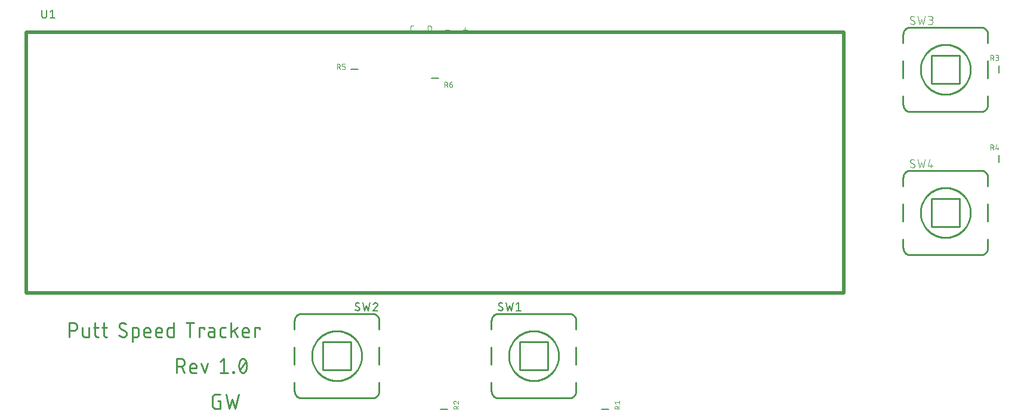
<source format=gbr>
G04 EAGLE Gerber RS-274X export*
G75*
%MOMM*%
%FSLAX34Y34*%
%LPD*%
%INSilkscreen Top*%
%IPPOS*%
%AMOC8*
5,1,8,0,0,1.08239X$1,22.5*%
G01*
%ADD10C,0.279400*%
%ADD11C,0.508000*%
%ADD12C,0.076200*%
%ADD13C,0.152400*%
%ADD14C,0.254000*%
%ADD15C,0.101600*%
%ADD16C,0.127000*%


D10*
X128397Y204597D02*
X128397Y224663D01*
X133971Y224663D01*
X134119Y224661D01*
X134268Y224655D01*
X134416Y224645D01*
X134563Y224631D01*
X134711Y224614D01*
X134858Y224592D01*
X135004Y224566D01*
X135149Y224537D01*
X135294Y224504D01*
X135438Y224467D01*
X135580Y224426D01*
X135722Y224381D01*
X135862Y224332D01*
X136001Y224280D01*
X136138Y224224D01*
X136274Y224165D01*
X136409Y224102D01*
X136541Y224035D01*
X136672Y223965D01*
X136801Y223891D01*
X136928Y223814D01*
X137052Y223734D01*
X137175Y223650D01*
X137295Y223563D01*
X137413Y223473D01*
X137529Y223380D01*
X137642Y223284D01*
X137752Y223185D01*
X137860Y223083D01*
X137965Y222978D01*
X138067Y222870D01*
X138166Y222760D01*
X138262Y222647D01*
X138355Y222531D01*
X138445Y222413D01*
X138532Y222293D01*
X138616Y222170D01*
X138696Y222046D01*
X138773Y221919D01*
X138847Y221790D01*
X138917Y221659D01*
X138984Y221527D01*
X139047Y221392D01*
X139106Y221256D01*
X139162Y221119D01*
X139214Y220980D01*
X139263Y220840D01*
X139308Y220698D01*
X139349Y220556D01*
X139386Y220412D01*
X139419Y220267D01*
X139448Y220122D01*
X139474Y219976D01*
X139496Y219829D01*
X139513Y219681D01*
X139527Y219534D01*
X139537Y219386D01*
X139543Y219237D01*
X139545Y219089D01*
X139543Y218941D01*
X139537Y218792D01*
X139527Y218644D01*
X139513Y218497D01*
X139496Y218349D01*
X139474Y218202D01*
X139448Y218056D01*
X139419Y217911D01*
X139386Y217766D01*
X139349Y217622D01*
X139308Y217480D01*
X139263Y217338D01*
X139214Y217198D01*
X139162Y217059D01*
X139106Y216922D01*
X139047Y216786D01*
X138984Y216651D01*
X138917Y216519D01*
X138847Y216388D01*
X138773Y216259D01*
X138696Y216132D01*
X138616Y216008D01*
X138532Y215885D01*
X138445Y215765D01*
X138355Y215647D01*
X138262Y215531D01*
X138166Y215418D01*
X138067Y215308D01*
X137965Y215200D01*
X137860Y215095D01*
X137752Y214993D01*
X137642Y214894D01*
X137529Y214798D01*
X137413Y214705D01*
X137295Y214615D01*
X137175Y214528D01*
X137052Y214444D01*
X136928Y214364D01*
X136801Y214287D01*
X136672Y214213D01*
X136541Y214143D01*
X136409Y214076D01*
X136274Y214013D01*
X136138Y213954D01*
X136001Y213898D01*
X135862Y213846D01*
X135722Y213797D01*
X135580Y213752D01*
X135438Y213711D01*
X135294Y213674D01*
X135149Y213641D01*
X135004Y213612D01*
X134858Y213586D01*
X134711Y213564D01*
X134563Y213547D01*
X134416Y213533D01*
X134268Y213523D01*
X134119Y213517D01*
X133971Y213515D01*
X128397Y213515D01*
X147197Y217974D02*
X147197Y207941D01*
X147199Y207827D01*
X147205Y207713D01*
X147215Y207599D01*
X147228Y207486D01*
X147246Y207373D01*
X147267Y207261D01*
X147292Y207149D01*
X147321Y207039D01*
X147354Y206929D01*
X147390Y206821D01*
X147430Y206714D01*
X147474Y206609D01*
X147521Y206505D01*
X147572Y206403D01*
X147626Y206302D01*
X147684Y206204D01*
X147745Y206107D01*
X147809Y206013D01*
X147876Y205920D01*
X147947Y205831D01*
X148021Y205743D01*
X148097Y205659D01*
X148176Y205576D01*
X148259Y205497D01*
X148343Y205421D01*
X148431Y205347D01*
X148520Y205276D01*
X148613Y205209D01*
X148707Y205145D01*
X148804Y205084D01*
X148902Y205026D01*
X149003Y204972D01*
X149105Y204921D01*
X149209Y204874D01*
X149314Y204830D01*
X149421Y204790D01*
X149529Y204754D01*
X149639Y204721D01*
X149749Y204692D01*
X149861Y204667D01*
X149973Y204646D01*
X150086Y204628D01*
X150199Y204615D01*
X150313Y204605D01*
X150427Y204599D01*
X150541Y204597D01*
X156115Y204597D01*
X156115Y217974D01*
X162906Y217974D02*
X169595Y217974D01*
X165135Y224663D02*
X165135Y207941D01*
X165136Y207941D02*
X165138Y207827D01*
X165144Y207713D01*
X165154Y207599D01*
X165167Y207486D01*
X165185Y207373D01*
X165206Y207261D01*
X165231Y207149D01*
X165260Y207039D01*
X165293Y206929D01*
X165329Y206821D01*
X165369Y206714D01*
X165413Y206609D01*
X165460Y206505D01*
X165511Y206403D01*
X165565Y206302D01*
X165623Y206204D01*
X165684Y206107D01*
X165748Y206013D01*
X165815Y205920D01*
X165886Y205831D01*
X165960Y205743D01*
X166036Y205659D01*
X166115Y205576D01*
X166198Y205497D01*
X166282Y205421D01*
X166370Y205347D01*
X166459Y205276D01*
X166552Y205209D01*
X166646Y205145D01*
X166743Y205084D01*
X166841Y205026D01*
X166942Y204972D01*
X167044Y204921D01*
X167148Y204874D01*
X167253Y204830D01*
X167360Y204790D01*
X167468Y204754D01*
X167578Y204721D01*
X167688Y204692D01*
X167800Y204667D01*
X167912Y204646D01*
X168025Y204628D01*
X168138Y204615D01*
X168252Y204605D01*
X168366Y204599D01*
X168480Y204597D01*
X169595Y204597D01*
X175083Y217974D02*
X181771Y217974D01*
X177312Y224663D02*
X177312Y207941D01*
X177314Y207827D01*
X177320Y207713D01*
X177330Y207599D01*
X177343Y207486D01*
X177361Y207373D01*
X177382Y207261D01*
X177407Y207149D01*
X177436Y207039D01*
X177469Y206929D01*
X177505Y206821D01*
X177545Y206714D01*
X177589Y206609D01*
X177636Y206505D01*
X177687Y206403D01*
X177741Y206302D01*
X177799Y206204D01*
X177860Y206107D01*
X177924Y206013D01*
X177991Y205920D01*
X178062Y205831D01*
X178136Y205743D01*
X178212Y205659D01*
X178291Y205576D01*
X178374Y205497D01*
X178458Y205421D01*
X178546Y205347D01*
X178635Y205276D01*
X178728Y205209D01*
X178822Y205145D01*
X178919Y205084D01*
X179017Y205026D01*
X179118Y204972D01*
X179220Y204921D01*
X179324Y204874D01*
X179429Y204830D01*
X179536Y204790D01*
X179644Y204754D01*
X179754Y204721D01*
X179864Y204692D01*
X179976Y204667D01*
X180088Y204646D01*
X180201Y204628D01*
X180314Y204615D01*
X180428Y204605D01*
X180542Y204599D01*
X180656Y204597D01*
X181771Y204597D01*
X205323Y204597D02*
X205455Y204599D01*
X205587Y204605D01*
X205719Y204615D01*
X205850Y204628D01*
X205981Y204646D01*
X206112Y204667D01*
X206241Y204693D01*
X206370Y204722D01*
X206498Y204755D01*
X206625Y204791D01*
X206751Y204832D01*
X206876Y204876D01*
X206999Y204924D01*
X207121Y204975D01*
X207241Y205030D01*
X207359Y205089D01*
X207476Y205151D01*
X207591Y205217D01*
X207703Y205285D01*
X207814Y205358D01*
X207923Y205433D01*
X208029Y205512D01*
X208133Y205593D01*
X208234Y205678D01*
X208333Y205766D01*
X208429Y205857D01*
X208522Y205950D01*
X208613Y206046D01*
X208701Y206145D01*
X208786Y206246D01*
X208867Y206350D01*
X208946Y206457D01*
X209021Y206565D01*
X209094Y206676D01*
X209162Y206788D01*
X209228Y206903D01*
X209290Y207020D01*
X209349Y207138D01*
X209404Y207258D01*
X209455Y207380D01*
X209503Y207503D01*
X209547Y207628D01*
X209588Y207754D01*
X209624Y207881D01*
X209657Y208009D01*
X209686Y208138D01*
X209712Y208267D01*
X209733Y208398D01*
X209751Y208529D01*
X209764Y208660D01*
X209774Y208792D01*
X209780Y208924D01*
X209782Y209056D01*
X205323Y204597D02*
X205098Y204600D01*
X204872Y204608D01*
X204647Y204621D01*
X204423Y204640D01*
X204199Y204664D01*
X203975Y204694D01*
X203753Y204729D01*
X203531Y204769D01*
X203310Y204815D01*
X203091Y204865D01*
X202872Y204921D01*
X202655Y204983D01*
X202440Y205049D01*
X202226Y205121D01*
X202014Y205197D01*
X201804Y205279D01*
X201596Y205366D01*
X201390Y205457D01*
X201187Y205554D01*
X200985Y205655D01*
X200786Y205761D01*
X200590Y205872D01*
X200397Y205988D01*
X200206Y206108D01*
X200018Y206233D01*
X199834Y206362D01*
X199652Y206495D01*
X199474Y206633D01*
X199299Y206775D01*
X199127Y206921D01*
X198959Y207072D01*
X198795Y207226D01*
X198634Y207384D01*
X199192Y220204D02*
X199194Y220336D01*
X199200Y220468D01*
X199210Y220600D01*
X199223Y220731D01*
X199241Y220862D01*
X199262Y220993D01*
X199288Y221122D01*
X199317Y221251D01*
X199350Y221379D01*
X199386Y221506D01*
X199427Y221632D01*
X199471Y221757D01*
X199519Y221880D01*
X199570Y222002D01*
X199625Y222122D01*
X199684Y222240D01*
X199746Y222357D01*
X199812Y222472D01*
X199880Y222584D01*
X199953Y222695D01*
X200028Y222804D01*
X200107Y222910D01*
X200188Y223014D01*
X200273Y223115D01*
X200361Y223214D01*
X200452Y223310D01*
X200545Y223403D01*
X200641Y223494D01*
X200740Y223582D01*
X200841Y223667D01*
X200945Y223748D01*
X201051Y223827D01*
X201160Y223902D01*
X201271Y223975D01*
X201383Y224043D01*
X201498Y224109D01*
X201615Y224171D01*
X201733Y224230D01*
X201853Y224285D01*
X201975Y224336D01*
X202098Y224384D01*
X202223Y224428D01*
X202349Y224469D01*
X202476Y224505D01*
X202604Y224538D01*
X202733Y224567D01*
X202862Y224593D01*
X202993Y224614D01*
X203124Y224632D01*
X203255Y224645D01*
X203387Y224655D01*
X203519Y224661D01*
X203651Y224663D01*
X203850Y224661D01*
X204049Y224654D01*
X204248Y224642D01*
X204447Y224625D01*
X204645Y224604D01*
X204843Y224578D01*
X205039Y224547D01*
X205236Y224511D01*
X205431Y224471D01*
X205625Y224427D01*
X205818Y224377D01*
X206010Y224323D01*
X206200Y224265D01*
X206389Y224202D01*
X206577Y224134D01*
X206763Y224062D01*
X206947Y223986D01*
X207129Y223905D01*
X207309Y223820D01*
X207487Y223731D01*
X207663Y223637D01*
X207837Y223540D01*
X208008Y223438D01*
X208177Y223332D01*
X208343Y223222D01*
X208507Y223108D01*
X208668Y222991D01*
X201421Y216302D02*
X201309Y216370D01*
X201200Y216441D01*
X201092Y216515D01*
X200987Y216593D01*
X200884Y216673D01*
X200783Y216756D01*
X200685Y216842D01*
X200589Y216931D01*
X200496Y217023D01*
X200406Y217117D01*
X200318Y217214D01*
X200233Y217313D01*
X200151Y217415D01*
X200073Y217519D01*
X199997Y217626D01*
X199924Y217734D01*
X199854Y217845D01*
X199788Y217957D01*
X199725Y218071D01*
X199665Y218187D01*
X199608Y218305D01*
X199555Y218425D01*
X199506Y218545D01*
X199460Y218668D01*
X199417Y218791D01*
X199378Y218916D01*
X199343Y219042D01*
X199311Y219168D01*
X199283Y219296D01*
X199259Y219424D01*
X199238Y219553D01*
X199221Y219683D01*
X199208Y219813D01*
X199199Y219943D01*
X199193Y220073D01*
X199191Y220204D01*
X207552Y212958D02*
X207664Y212890D01*
X207773Y212819D01*
X207881Y212745D01*
X207986Y212667D01*
X208089Y212587D01*
X208190Y212504D01*
X208288Y212418D01*
X208384Y212329D01*
X208477Y212237D01*
X208567Y212143D01*
X208655Y212046D01*
X208740Y211947D01*
X208822Y211845D01*
X208900Y211741D01*
X208976Y211634D01*
X209049Y211526D01*
X209119Y211415D01*
X209185Y211303D01*
X209248Y211189D01*
X209308Y211073D01*
X209365Y210955D01*
X209418Y210835D01*
X209467Y210715D01*
X209513Y210592D01*
X209556Y210469D01*
X209595Y210344D01*
X209630Y210218D01*
X209662Y210092D01*
X209690Y209964D01*
X209714Y209836D01*
X209735Y209707D01*
X209752Y209577D01*
X209765Y209447D01*
X209774Y209317D01*
X209780Y209187D01*
X209782Y209056D01*
X207552Y212958D02*
X201421Y216302D01*
X217783Y217974D02*
X217783Y197908D01*
X217783Y217974D02*
X223357Y217974D01*
X223471Y217972D01*
X223585Y217966D01*
X223699Y217956D01*
X223812Y217943D01*
X223925Y217925D01*
X224037Y217904D01*
X224149Y217879D01*
X224259Y217850D01*
X224369Y217817D01*
X224477Y217781D01*
X224584Y217741D01*
X224689Y217697D01*
X224793Y217650D01*
X224895Y217599D01*
X224996Y217545D01*
X225094Y217487D01*
X225191Y217426D01*
X225285Y217362D01*
X225378Y217295D01*
X225467Y217224D01*
X225555Y217150D01*
X225639Y217074D01*
X225722Y216995D01*
X225801Y216912D01*
X225877Y216828D01*
X225951Y216740D01*
X226022Y216651D01*
X226089Y216558D01*
X226153Y216464D01*
X226214Y216368D01*
X226272Y216269D01*
X226326Y216168D01*
X226377Y216066D01*
X226424Y215962D01*
X226468Y215857D01*
X226508Y215750D01*
X226544Y215642D01*
X226577Y215532D01*
X226606Y215422D01*
X226631Y215310D01*
X226652Y215198D01*
X226670Y215085D01*
X226683Y214972D01*
X226693Y214858D01*
X226699Y214744D01*
X226701Y214630D01*
X226701Y207941D01*
X226699Y207827D01*
X226693Y207713D01*
X226683Y207599D01*
X226670Y207486D01*
X226652Y207373D01*
X226631Y207261D01*
X226606Y207149D01*
X226577Y207039D01*
X226544Y206929D01*
X226508Y206821D01*
X226468Y206714D01*
X226424Y206609D01*
X226377Y206505D01*
X226326Y206403D01*
X226272Y206302D01*
X226214Y206204D01*
X226153Y206107D01*
X226089Y206013D01*
X226022Y205920D01*
X225951Y205831D01*
X225877Y205743D01*
X225801Y205659D01*
X225722Y205576D01*
X225639Y205497D01*
X225555Y205421D01*
X225467Y205347D01*
X225378Y205276D01*
X225285Y205209D01*
X225191Y205145D01*
X225094Y205084D01*
X224996Y205026D01*
X224895Y204972D01*
X224793Y204921D01*
X224689Y204874D01*
X224584Y204830D01*
X224477Y204790D01*
X224369Y204754D01*
X224259Y204721D01*
X224149Y204692D01*
X224037Y204667D01*
X223925Y204646D01*
X223812Y204628D01*
X223699Y204615D01*
X223585Y204605D01*
X223471Y204599D01*
X223357Y204597D01*
X217783Y204597D01*
X237701Y204597D02*
X243274Y204597D01*
X237701Y204597D02*
X237587Y204599D01*
X237473Y204605D01*
X237359Y204615D01*
X237246Y204628D01*
X237133Y204646D01*
X237021Y204667D01*
X236909Y204692D01*
X236799Y204721D01*
X236689Y204754D01*
X236581Y204790D01*
X236474Y204830D01*
X236369Y204874D01*
X236265Y204921D01*
X236163Y204972D01*
X236062Y205026D01*
X235964Y205084D01*
X235867Y205145D01*
X235773Y205209D01*
X235680Y205276D01*
X235591Y205347D01*
X235503Y205421D01*
X235419Y205497D01*
X235336Y205576D01*
X235257Y205659D01*
X235181Y205743D01*
X235107Y205831D01*
X235036Y205920D01*
X234969Y206013D01*
X234905Y206107D01*
X234844Y206204D01*
X234786Y206302D01*
X234732Y206403D01*
X234681Y206505D01*
X234634Y206609D01*
X234590Y206714D01*
X234550Y206821D01*
X234514Y206929D01*
X234481Y207039D01*
X234452Y207149D01*
X234427Y207261D01*
X234406Y207373D01*
X234388Y207486D01*
X234375Y207599D01*
X234365Y207713D01*
X234359Y207827D01*
X234357Y207941D01*
X234356Y207941D02*
X234356Y213515D01*
X234358Y213647D01*
X234364Y213779D01*
X234374Y213911D01*
X234387Y214042D01*
X234405Y214173D01*
X234426Y214304D01*
X234452Y214433D01*
X234481Y214562D01*
X234514Y214690D01*
X234550Y214817D01*
X234591Y214943D01*
X234635Y215068D01*
X234683Y215191D01*
X234734Y215313D01*
X234789Y215433D01*
X234848Y215551D01*
X234910Y215668D01*
X234976Y215783D01*
X235044Y215895D01*
X235117Y216006D01*
X235192Y216115D01*
X235271Y216221D01*
X235352Y216325D01*
X235437Y216426D01*
X235525Y216525D01*
X235616Y216621D01*
X235709Y216714D01*
X235805Y216805D01*
X235904Y216893D01*
X236005Y216978D01*
X236109Y217059D01*
X236215Y217138D01*
X236324Y217213D01*
X236435Y217286D01*
X236547Y217354D01*
X236662Y217420D01*
X236779Y217482D01*
X236897Y217541D01*
X237017Y217596D01*
X237139Y217647D01*
X237262Y217695D01*
X237387Y217739D01*
X237513Y217780D01*
X237640Y217816D01*
X237768Y217849D01*
X237897Y217878D01*
X238026Y217904D01*
X238157Y217925D01*
X238288Y217943D01*
X238419Y217956D01*
X238551Y217966D01*
X238683Y217972D01*
X238815Y217974D01*
X238947Y217972D01*
X239079Y217966D01*
X239211Y217956D01*
X239342Y217943D01*
X239473Y217925D01*
X239604Y217904D01*
X239733Y217878D01*
X239862Y217849D01*
X239990Y217816D01*
X240117Y217780D01*
X240243Y217739D01*
X240368Y217695D01*
X240491Y217647D01*
X240613Y217596D01*
X240733Y217541D01*
X240851Y217482D01*
X240968Y217420D01*
X241083Y217354D01*
X241195Y217286D01*
X241306Y217213D01*
X241415Y217138D01*
X241521Y217059D01*
X241625Y216978D01*
X241726Y216893D01*
X241825Y216805D01*
X241921Y216714D01*
X242014Y216621D01*
X242105Y216525D01*
X242193Y216426D01*
X242278Y216325D01*
X242359Y216221D01*
X242438Y216115D01*
X242513Y216006D01*
X242586Y215895D01*
X242654Y215783D01*
X242720Y215668D01*
X242782Y215551D01*
X242841Y215433D01*
X242896Y215313D01*
X242947Y215191D01*
X242995Y215068D01*
X243039Y214943D01*
X243080Y214817D01*
X243116Y214690D01*
X243149Y214562D01*
X243178Y214433D01*
X243204Y214304D01*
X243225Y214173D01*
X243243Y214042D01*
X243256Y213911D01*
X243266Y213779D01*
X243272Y213647D01*
X243274Y213515D01*
X243274Y211286D01*
X234356Y211286D01*
X254363Y204597D02*
X259937Y204597D01*
X254363Y204597D02*
X254249Y204599D01*
X254135Y204605D01*
X254021Y204615D01*
X253908Y204628D01*
X253795Y204646D01*
X253683Y204667D01*
X253571Y204692D01*
X253461Y204721D01*
X253351Y204754D01*
X253243Y204790D01*
X253136Y204830D01*
X253031Y204874D01*
X252927Y204921D01*
X252825Y204972D01*
X252724Y205026D01*
X252626Y205084D01*
X252529Y205145D01*
X252435Y205209D01*
X252342Y205276D01*
X252253Y205347D01*
X252165Y205421D01*
X252081Y205497D01*
X251998Y205576D01*
X251919Y205659D01*
X251843Y205743D01*
X251769Y205831D01*
X251698Y205920D01*
X251631Y206013D01*
X251567Y206107D01*
X251506Y206204D01*
X251448Y206302D01*
X251394Y206403D01*
X251343Y206505D01*
X251296Y206609D01*
X251252Y206714D01*
X251212Y206821D01*
X251176Y206929D01*
X251143Y207039D01*
X251114Y207149D01*
X251089Y207261D01*
X251068Y207373D01*
X251050Y207486D01*
X251037Y207599D01*
X251027Y207713D01*
X251021Y207827D01*
X251019Y207941D01*
X251019Y213515D01*
X251021Y213647D01*
X251027Y213779D01*
X251037Y213911D01*
X251050Y214042D01*
X251068Y214173D01*
X251089Y214304D01*
X251115Y214433D01*
X251144Y214562D01*
X251177Y214690D01*
X251213Y214817D01*
X251254Y214943D01*
X251298Y215068D01*
X251346Y215191D01*
X251397Y215313D01*
X251452Y215433D01*
X251511Y215551D01*
X251573Y215668D01*
X251639Y215783D01*
X251707Y215895D01*
X251780Y216006D01*
X251855Y216115D01*
X251934Y216221D01*
X252015Y216325D01*
X252100Y216426D01*
X252188Y216525D01*
X252279Y216621D01*
X252372Y216714D01*
X252468Y216805D01*
X252567Y216893D01*
X252668Y216978D01*
X252772Y217059D01*
X252878Y217138D01*
X252987Y217213D01*
X253098Y217286D01*
X253210Y217354D01*
X253325Y217420D01*
X253442Y217482D01*
X253560Y217541D01*
X253680Y217596D01*
X253802Y217647D01*
X253925Y217695D01*
X254050Y217739D01*
X254176Y217780D01*
X254303Y217816D01*
X254431Y217849D01*
X254560Y217878D01*
X254689Y217904D01*
X254820Y217925D01*
X254951Y217943D01*
X255082Y217956D01*
X255214Y217966D01*
X255346Y217972D01*
X255478Y217974D01*
X255610Y217972D01*
X255742Y217966D01*
X255874Y217956D01*
X256005Y217943D01*
X256136Y217925D01*
X256267Y217904D01*
X256396Y217878D01*
X256525Y217849D01*
X256653Y217816D01*
X256780Y217780D01*
X256906Y217739D01*
X257031Y217695D01*
X257154Y217647D01*
X257276Y217596D01*
X257396Y217541D01*
X257514Y217482D01*
X257631Y217420D01*
X257746Y217354D01*
X257858Y217286D01*
X257969Y217213D01*
X258078Y217138D01*
X258184Y217059D01*
X258288Y216978D01*
X258389Y216893D01*
X258488Y216805D01*
X258584Y216714D01*
X258677Y216621D01*
X258768Y216525D01*
X258856Y216426D01*
X258941Y216325D01*
X259022Y216221D01*
X259101Y216115D01*
X259176Y216006D01*
X259249Y215895D01*
X259317Y215783D01*
X259383Y215668D01*
X259445Y215551D01*
X259504Y215433D01*
X259559Y215313D01*
X259610Y215191D01*
X259658Y215068D01*
X259702Y214943D01*
X259743Y214817D01*
X259779Y214690D01*
X259812Y214562D01*
X259841Y214433D01*
X259867Y214304D01*
X259888Y214173D01*
X259906Y214042D01*
X259919Y213911D01*
X259929Y213779D01*
X259935Y213647D01*
X259937Y213515D01*
X259937Y211286D01*
X251019Y211286D01*
X276510Y204597D02*
X276510Y224663D01*
X276510Y204597D02*
X270936Y204597D01*
X270822Y204599D01*
X270708Y204605D01*
X270594Y204615D01*
X270481Y204628D01*
X270368Y204646D01*
X270256Y204667D01*
X270144Y204692D01*
X270034Y204721D01*
X269924Y204754D01*
X269816Y204790D01*
X269709Y204830D01*
X269604Y204874D01*
X269500Y204921D01*
X269398Y204972D01*
X269297Y205026D01*
X269199Y205084D01*
X269102Y205145D01*
X269008Y205209D01*
X268915Y205276D01*
X268826Y205347D01*
X268738Y205421D01*
X268654Y205497D01*
X268571Y205576D01*
X268492Y205659D01*
X268416Y205743D01*
X268342Y205831D01*
X268271Y205920D01*
X268204Y206013D01*
X268140Y206107D01*
X268079Y206204D01*
X268021Y206302D01*
X267967Y206403D01*
X267916Y206505D01*
X267869Y206609D01*
X267825Y206714D01*
X267785Y206821D01*
X267749Y206929D01*
X267716Y207039D01*
X267687Y207149D01*
X267662Y207261D01*
X267641Y207373D01*
X267623Y207486D01*
X267610Y207599D01*
X267600Y207713D01*
X267594Y207827D01*
X267592Y207941D01*
X267592Y214630D01*
X267594Y214744D01*
X267600Y214858D01*
X267610Y214972D01*
X267623Y215085D01*
X267641Y215198D01*
X267662Y215310D01*
X267687Y215422D01*
X267716Y215532D01*
X267749Y215642D01*
X267785Y215750D01*
X267825Y215857D01*
X267869Y215962D01*
X267916Y216066D01*
X267967Y216168D01*
X268021Y216269D01*
X268079Y216367D01*
X268140Y216464D01*
X268204Y216558D01*
X268271Y216651D01*
X268342Y216740D01*
X268416Y216828D01*
X268492Y216912D01*
X268571Y216995D01*
X268654Y217074D01*
X268738Y217150D01*
X268826Y217224D01*
X268915Y217295D01*
X269008Y217362D01*
X269102Y217426D01*
X269199Y217487D01*
X269297Y217545D01*
X269398Y217599D01*
X269500Y217650D01*
X269604Y217697D01*
X269709Y217741D01*
X269816Y217781D01*
X269924Y217817D01*
X270034Y217850D01*
X270144Y217879D01*
X270256Y217904D01*
X270368Y217925D01*
X270481Y217943D01*
X270594Y217956D01*
X270708Y217966D01*
X270822Y217972D01*
X270936Y217974D01*
X276510Y217974D01*
X299699Y224663D02*
X299699Y204597D01*
X294125Y224663D02*
X305273Y224663D01*
X312653Y217974D02*
X312653Y204597D01*
X312653Y217974D02*
X319342Y217974D01*
X319342Y215745D01*
X329173Y212400D02*
X334189Y212400D01*
X329173Y212401D02*
X329049Y212399D01*
X328926Y212393D01*
X328802Y212383D01*
X328679Y212370D01*
X328556Y212352D01*
X328435Y212330D01*
X328313Y212305D01*
X328193Y212276D01*
X328074Y212243D01*
X327955Y212206D01*
X327838Y212166D01*
X327723Y212121D01*
X327609Y212074D01*
X327496Y212022D01*
X327385Y211967D01*
X327276Y211909D01*
X327169Y211847D01*
X327063Y211782D01*
X326960Y211713D01*
X326859Y211641D01*
X326761Y211566D01*
X326665Y211488D01*
X326571Y211407D01*
X326480Y211323D01*
X326392Y211236D01*
X326307Y211147D01*
X326224Y211054D01*
X326144Y210959D01*
X326068Y210862D01*
X325995Y210762D01*
X325924Y210660D01*
X325857Y210556D01*
X325794Y210450D01*
X325734Y210342D01*
X325677Y210232D01*
X325624Y210120D01*
X325574Y210007D01*
X325528Y209892D01*
X325486Y209775D01*
X325447Y209658D01*
X325412Y209539D01*
X325381Y209419D01*
X325354Y209298D01*
X325330Y209177D01*
X325311Y209054D01*
X325295Y208931D01*
X325283Y208808D01*
X325275Y208685D01*
X325271Y208561D01*
X325271Y208437D01*
X325275Y208313D01*
X325283Y208190D01*
X325295Y208067D01*
X325311Y207944D01*
X325330Y207821D01*
X325354Y207700D01*
X325381Y207579D01*
X325412Y207459D01*
X325447Y207340D01*
X325486Y207223D01*
X325528Y207106D01*
X325574Y206991D01*
X325624Y206878D01*
X325677Y206766D01*
X325734Y206656D01*
X325794Y206548D01*
X325857Y206442D01*
X325924Y206338D01*
X325995Y206236D01*
X326068Y206136D01*
X326144Y206039D01*
X326224Y205944D01*
X326307Y205851D01*
X326392Y205762D01*
X326480Y205675D01*
X326571Y205591D01*
X326665Y205510D01*
X326761Y205432D01*
X326859Y205357D01*
X326960Y205285D01*
X327063Y205216D01*
X327169Y205151D01*
X327276Y205089D01*
X327385Y205031D01*
X327496Y204976D01*
X327609Y204924D01*
X327723Y204877D01*
X327838Y204832D01*
X327955Y204792D01*
X328074Y204755D01*
X328193Y204722D01*
X328313Y204693D01*
X328435Y204668D01*
X328556Y204646D01*
X328679Y204628D01*
X328802Y204615D01*
X328926Y204605D01*
X329049Y204599D01*
X329173Y204597D01*
X334189Y204597D01*
X334189Y214630D01*
X334187Y214744D01*
X334181Y214858D01*
X334171Y214972D01*
X334158Y215085D01*
X334140Y215198D01*
X334119Y215310D01*
X334094Y215422D01*
X334065Y215532D01*
X334032Y215642D01*
X333996Y215750D01*
X333956Y215857D01*
X333912Y215962D01*
X333865Y216066D01*
X333814Y216168D01*
X333760Y216269D01*
X333702Y216367D01*
X333641Y216464D01*
X333577Y216558D01*
X333510Y216651D01*
X333439Y216740D01*
X333365Y216828D01*
X333289Y216912D01*
X333210Y216995D01*
X333127Y217074D01*
X333043Y217150D01*
X332955Y217224D01*
X332866Y217295D01*
X332773Y217362D01*
X332679Y217426D01*
X332582Y217487D01*
X332484Y217545D01*
X332383Y217599D01*
X332281Y217650D01*
X332177Y217697D01*
X332072Y217741D01*
X331965Y217781D01*
X331857Y217817D01*
X331747Y217850D01*
X331637Y217879D01*
X331525Y217904D01*
X331413Y217925D01*
X331300Y217943D01*
X331187Y217956D01*
X331073Y217966D01*
X330959Y217972D01*
X330845Y217974D01*
X326386Y217974D01*
X346033Y204597D02*
X350492Y204597D01*
X346033Y204597D02*
X345919Y204599D01*
X345805Y204605D01*
X345691Y204615D01*
X345578Y204628D01*
X345465Y204646D01*
X345353Y204667D01*
X345241Y204692D01*
X345131Y204721D01*
X345021Y204754D01*
X344913Y204790D01*
X344806Y204830D01*
X344701Y204874D01*
X344597Y204921D01*
X344495Y204972D01*
X344394Y205026D01*
X344296Y205084D01*
X344199Y205145D01*
X344105Y205209D01*
X344012Y205276D01*
X343923Y205347D01*
X343835Y205421D01*
X343751Y205497D01*
X343668Y205576D01*
X343589Y205659D01*
X343513Y205743D01*
X343439Y205831D01*
X343368Y205920D01*
X343301Y206013D01*
X343237Y206107D01*
X343176Y206204D01*
X343118Y206302D01*
X343064Y206403D01*
X343013Y206505D01*
X342966Y206609D01*
X342922Y206714D01*
X342882Y206821D01*
X342846Y206929D01*
X342813Y207039D01*
X342784Y207149D01*
X342759Y207261D01*
X342738Y207373D01*
X342720Y207486D01*
X342707Y207599D01*
X342697Y207713D01*
X342691Y207827D01*
X342689Y207941D01*
X342689Y214630D01*
X342691Y214744D01*
X342697Y214858D01*
X342707Y214972D01*
X342720Y215085D01*
X342738Y215198D01*
X342759Y215310D01*
X342784Y215422D01*
X342813Y215532D01*
X342846Y215642D01*
X342882Y215750D01*
X342922Y215857D01*
X342966Y215962D01*
X343013Y216066D01*
X343064Y216168D01*
X343118Y216269D01*
X343176Y216367D01*
X343237Y216464D01*
X343301Y216558D01*
X343368Y216651D01*
X343439Y216740D01*
X343513Y216828D01*
X343589Y216912D01*
X343668Y216995D01*
X343751Y217074D01*
X343835Y217150D01*
X343923Y217224D01*
X344012Y217295D01*
X344105Y217362D01*
X344199Y217426D01*
X344296Y217487D01*
X344394Y217545D01*
X344495Y217599D01*
X344597Y217650D01*
X344701Y217697D01*
X344806Y217741D01*
X344913Y217781D01*
X345021Y217817D01*
X345131Y217850D01*
X345241Y217879D01*
X345353Y217904D01*
X345465Y217925D01*
X345578Y217943D01*
X345691Y217956D01*
X345805Y217966D01*
X345919Y217972D01*
X346033Y217974D01*
X350492Y217974D01*
X358253Y224663D02*
X358253Y204597D01*
X358253Y211286D02*
X367172Y217974D01*
X362155Y214073D02*
X367172Y204597D01*
X377412Y204597D02*
X382986Y204597D01*
X377412Y204597D02*
X377298Y204599D01*
X377184Y204605D01*
X377070Y204615D01*
X376957Y204628D01*
X376844Y204646D01*
X376732Y204667D01*
X376620Y204692D01*
X376510Y204721D01*
X376400Y204754D01*
X376292Y204790D01*
X376185Y204830D01*
X376080Y204874D01*
X375976Y204921D01*
X375874Y204972D01*
X375773Y205026D01*
X375675Y205084D01*
X375578Y205145D01*
X375484Y205209D01*
X375391Y205276D01*
X375302Y205347D01*
X375214Y205421D01*
X375130Y205497D01*
X375047Y205576D01*
X374968Y205659D01*
X374892Y205743D01*
X374818Y205831D01*
X374747Y205920D01*
X374680Y206013D01*
X374616Y206107D01*
X374555Y206204D01*
X374497Y206302D01*
X374443Y206403D01*
X374392Y206505D01*
X374345Y206609D01*
X374301Y206714D01*
X374261Y206821D01*
X374225Y206929D01*
X374192Y207039D01*
X374163Y207149D01*
X374138Y207261D01*
X374117Y207373D01*
X374099Y207486D01*
X374086Y207599D01*
X374076Y207713D01*
X374070Y207827D01*
X374068Y207941D01*
X374068Y213515D01*
X374070Y213647D01*
X374076Y213779D01*
X374086Y213911D01*
X374099Y214042D01*
X374117Y214173D01*
X374138Y214304D01*
X374164Y214433D01*
X374193Y214562D01*
X374226Y214690D01*
X374262Y214817D01*
X374303Y214943D01*
X374347Y215068D01*
X374395Y215191D01*
X374446Y215313D01*
X374501Y215433D01*
X374560Y215551D01*
X374622Y215668D01*
X374688Y215783D01*
X374756Y215895D01*
X374829Y216006D01*
X374904Y216115D01*
X374983Y216221D01*
X375064Y216325D01*
X375149Y216426D01*
X375237Y216525D01*
X375328Y216621D01*
X375421Y216714D01*
X375517Y216805D01*
X375616Y216893D01*
X375717Y216978D01*
X375821Y217059D01*
X375927Y217138D01*
X376036Y217213D01*
X376147Y217286D01*
X376259Y217354D01*
X376374Y217420D01*
X376491Y217482D01*
X376609Y217541D01*
X376729Y217596D01*
X376851Y217647D01*
X376974Y217695D01*
X377099Y217739D01*
X377225Y217780D01*
X377352Y217816D01*
X377480Y217849D01*
X377609Y217878D01*
X377738Y217904D01*
X377869Y217925D01*
X378000Y217943D01*
X378131Y217956D01*
X378263Y217966D01*
X378395Y217972D01*
X378527Y217974D01*
X378659Y217972D01*
X378791Y217966D01*
X378923Y217956D01*
X379054Y217943D01*
X379185Y217925D01*
X379316Y217904D01*
X379445Y217878D01*
X379574Y217849D01*
X379702Y217816D01*
X379829Y217780D01*
X379955Y217739D01*
X380080Y217695D01*
X380203Y217647D01*
X380325Y217596D01*
X380445Y217541D01*
X380563Y217482D01*
X380680Y217420D01*
X380795Y217354D01*
X380907Y217286D01*
X381018Y217213D01*
X381127Y217138D01*
X381233Y217059D01*
X381337Y216978D01*
X381438Y216893D01*
X381537Y216805D01*
X381633Y216714D01*
X381726Y216621D01*
X381817Y216525D01*
X381905Y216426D01*
X381990Y216325D01*
X382071Y216221D01*
X382150Y216115D01*
X382225Y216006D01*
X382298Y215895D01*
X382366Y215783D01*
X382432Y215668D01*
X382494Y215551D01*
X382553Y215433D01*
X382608Y215313D01*
X382659Y215191D01*
X382707Y215068D01*
X382751Y214943D01*
X382792Y214817D01*
X382828Y214690D01*
X382861Y214562D01*
X382890Y214433D01*
X382916Y214304D01*
X382937Y214173D01*
X382955Y214042D01*
X382968Y213911D01*
X382978Y213779D01*
X382984Y213647D01*
X382986Y213515D01*
X382986Y211286D01*
X374068Y211286D01*
X391481Y204597D02*
X391481Y217974D01*
X398170Y217974D01*
X398170Y215745D01*
X280797Y173863D02*
X280797Y153797D01*
X280797Y173863D02*
X286371Y173863D01*
X286519Y173861D01*
X286668Y173855D01*
X286816Y173845D01*
X286963Y173831D01*
X287111Y173814D01*
X287258Y173792D01*
X287404Y173766D01*
X287549Y173737D01*
X287694Y173704D01*
X287838Y173667D01*
X287980Y173626D01*
X288122Y173581D01*
X288262Y173532D01*
X288401Y173480D01*
X288538Y173424D01*
X288674Y173365D01*
X288809Y173302D01*
X288941Y173235D01*
X289072Y173165D01*
X289201Y173091D01*
X289328Y173014D01*
X289452Y172934D01*
X289575Y172850D01*
X289695Y172763D01*
X289813Y172673D01*
X289929Y172580D01*
X290042Y172484D01*
X290152Y172385D01*
X290260Y172283D01*
X290365Y172178D01*
X290467Y172070D01*
X290566Y171960D01*
X290662Y171847D01*
X290755Y171731D01*
X290845Y171613D01*
X290932Y171493D01*
X291016Y171370D01*
X291096Y171246D01*
X291173Y171119D01*
X291247Y170990D01*
X291317Y170859D01*
X291384Y170727D01*
X291447Y170592D01*
X291506Y170456D01*
X291562Y170319D01*
X291614Y170180D01*
X291663Y170040D01*
X291708Y169898D01*
X291749Y169756D01*
X291786Y169612D01*
X291819Y169467D01*
X291848Y169322D01*
X291874Y169176D01*
X291896Y169029D01*
X291913Y168881D01*
X291927Y168734D01*
X291937Y168586D01*
X291943Y168437D01*
X291945Y168289D01*
X291943Y168141D01*
X291937Y167992D01*
X291927Y167844D01*
X291913Y167697D01*
X291896Y167549D01*
X291874Y167402D01*
X291848Y167256D01*
X291819Y167111D01*
X291786Y166966D01*
X291749Y166822D01*
X291708Y166680D01*
X291663Y166538D01*
X291614Y166398D01*
X291562Y166259D01*
X291506Y166122D01*
X291447Y165986D01*
X291384Y165851D01*
X291317Y165719D01*
X291247Y165588D01*
X291173Y165459D01*
X291096Y165332D01*
X291016Y165208D01*
X290932Y165085D01*
X290845Y164965D01*
X290755Y164847D01*
X290662Y164731D01*
X290566Y164618D01*
X290467Y164508D01*
X290365Y164400D01*
X290260Y164295D01*
X290152Y164193D01*
X290042Y164094D01*
X289929Y163998D01*
X289813Y163905D01*
X289695Y163815D01*
X289575Y163728D01*
X289452Y163644D01*
X289328Y163564D01*
X289201Y163487D01*
X289072Y163413D01*
X288941Y163343D01*
X288809Y163276D01*
X288674Y163213D01*
X288538Y163154D01*
X288401Y163098D01*
X288262Y163046D01*
X288122Y162997D01*
X287980Y162952D01*
X287838Y162911D01*
X287694Y162874D01*
X287549Y162841D01*
X287404Y162812D01*
X287258Y162786D01*
X287111Y162764D01*
X286963Y162747D01*
X286816Y162733D01*
X286668Y162723D01*
X286519Y162717D01*
X286371Y162715D01*
X280797Y162715D01*
X287486Y162715D02*
X291945Y153797D01*
X303088Y153797D02*
X308662Y153797D01*
X303088Y153797D02*
X302974Y153799D01*
X302860Y153805D01*
X302746Y153815D01*
X302633Y153828D01*
X302520Y153846D01*
X302408Y153867D01*
X302296Y153892D01*
X302186Y153921D01*
X302076Y153954D01*
X301968Y153990D01*
X301861Y154030D01*
X301756Y154074D01*
X301652Y154121D01*
X301550Y154172D01*
X301449Y154226D01*
X301351Y154284D01*
X301254Y154345D01*
X301160Y154409D01*
X301067Y154476D01*
X300978Y154547D01*
X300890Y154621D01*
X300806Y154697D01*
X300723Y154776D01*
X300644Y154859D01*
X300568Y154943D01*
X300494Y155031D01*
X300423Y155120D01*
X300356Y155213D01*
X300292Y155307D01*
X300231Y155404D01*
X300173Y155502D01*
X300119Y155603D01*
X300068Y155705D01*
X300021Y155809D01*
X299977Y155914D01*
X299937Y156021D01*
X299901Y156129D01*
X299868Y156239D01*
X299839Y156349D01*
X299814Y156461D01*
X299793Y156573D01*
X299775Y156686D01*
X299762Y156799D01*
X299752Y156913D01*
X299746Y157027D01*
X299744Y157141D01*
X299744Y162715D01*
X299746Y162847D01*
X299752Y162979D01*
X299762Y163111D01*
X299775Y163242D01*
X299793Y163373D01*
X299814Y163504D01*
X299840Y163633D01*
X299869Y163762D01*
X299902Y163890D01*
X299938Y164017D01*
X299979Y164143D01*
X300023Y164268D01*
X300071Y164391D01*
X300122Y164513D01*
X300177Y164633D01*
X300236Y164751D01*
X300298Y164868D01*
X300364Y164983D01*
X300432Y165095D01*
X300505Y165206D01*
X300580Y165315D01*
X300659Y165421D01*
X300740Y165525D01*
X300825Y165626D01*
X300913Y165725D01*
X301004Y165821D01*
X301097Y165914D01*
X301193Y166005D01*
X301292Y166093D01*
X301393Y166178D01*
X301497Y166259D01*
X301603Y166338D01*
X301712Y166413D01*
X301823Y166486D01*
X301935Y166554D01*
X302050Y166620D01*
X302167Y166682D01*
X302285Y166741D01*
X302405Y166796D01*
X302527Y166847D01*
X302650Y166895D01*
X302775Y166939D01*
X302901Y166980D01*
X303028Y167016D01*
X303156Y167049D01*
X303285Y167078D01*
X303414Y167104D01*
X303545Y167125D01*
X303676Y167143D01*
X303807Y167156D01*
X303939Y167166D01*
X304071Y167172D01*
X304203Y167174D01*
X304335Y167172D01*
X304467Y167166D01*
X304599Y167156D01*
X304730Y167143D01*
X304861Y167125D01*
X304992Y167104D01*
X305121Y167078D01*
X305250Y167049D01*
X305378Y167016D01*
X305505Y166980D01*
X305631Y166939D01*
X305756Y166895D01*
X305879Y166847D01*
X306001Y166796D01*
X306121Y166741D01*
X306239Y166682D01*
X306356Y166620D01*
X306471Y166554D01*
X306583Y166486D01*
X306694Y166413D01*
X306803Y166338D01*
X306909Y166259D01*
X307013Y166178D01*
X307114Y166093D01*
X307213Y166005D01*
X307309Y165914D01*
X307402Y165821D01*
X307493Y165725D01*
X307581Y165626D01*
X307666Y165525D01*
X307747Y165421D01*
X307826Y165315D01*
X307901Y165206D01*
X307974Y165095D01*
X308042Y164983D01*
X308108Y164868D01*
X308170Y164751D01*
X308229Y164633D01*
X308284Y164513D01*
X308335Y164391D01*
X308383Y164268D01*
X308427Y164143D01*
X308468Y164017D01*
X308504Y163890D01*
X308537Y163762D01*
X308566Y163633D01*
X308592Y163504D01*
X308613Y163373D01*
X308631Y163242D01*
X308644Y163111D01*
X308654Y162979D01*
X308660Y162847D01*
X308662Y162715D01*
X308662Y160486D01*
X299744Y160486D01*
X315766Y167174D02*
X320225Y153797D01*
X324684Y167174D01*
X342209Y169404D02*
X347783Y173863D01*
X347783Y153797D01*
X342209Y153797D02*
X353357Y153797D01*
X360684Y153797D02*
X360684Y154912D01*
X361799Y154912D01*
X361799Y153797D01*
X360684Y153797D01*
X369126Y163830D02*
X369131Y164225D01*
X369145Y164619D01*
X369168Y165013D01*
X369201Y165407D01*
X369244Y165799D01*
X369295Y166191D01*
X369356Y166581D01*
X369427Y166969D01*
X369506Y167356D01*
X369595Y167740D01*
X369693Y168123D01*
X369800Y168503D01*
X369916Y168880D01*
X370041Y169255D01*
X370175Y169626D01*
X370318Y169994D01*
X370469Y170358D01*
X370629Y170719D01*
X370798Y171076D01*
X370841Y171196D01*
X370888Y171315D01*
X370939Y171433D01*
X370993Y171548D01*
X371051Y171662D01*
X371113Y171775D01*
X371178Y171885D01*
X371246Y171993D01*
X371318Y172099D01*
X371392Y172203D01*
X371470Y172304D01*
X371552Y172403D01*
X371636Y172499D01*
X371723Y172593D01*
X371813Y172684D01*
X371905Y172772D01*
X372001Y172857D01*
X372099Y172940D01*
X372199Y173019D01*
X372302Y173095D01*
X372408Y173167D01*
X372515Y173237D01*
X372625Y173303D01*
X372736Y173366D01*
X372850Y173425D01*
X372965Y173480D01*
X373082Y173532D01*
X373200Y173581D01*
X373320Y173625D01*
X373441Y173666D01*
X373564Y173703D01*
X373687Y173737D01*
X373812Y173766D01*
X373937Y173792D01*
X374063Y173814D01*
X374190Y173831D01*
X374317Y173845D01*
X374444Y173855D01*
X374572Y173861D01*
X374700Y173863D01*
X374828Y173861D01*
X374956Y173855D01*
X375083Y173845D01*
X375210Y173831D01*
X375337Y173814D01*
X375463Y173792D01*
X375588Y173766D01*
X375713Y173737D01*
X375836Y173703D01*
X375959Y173666D01*
X376080Y173625D01*
X376200Y173581D01*
X376318Y173532D01*
X376435Y173480D01*
X376550Y173425D01*
X376664Y173366D01*
X376775Y173303D01*
X376885Y173237D01*
X376992Y173167D01*
X377098Y173095D01*
X377201Y173019D01*
X377301Y172940D01*
X377399Y172857D01*
X377495Y172772D01*
X377587Y172684D01*
X377677Y172593D01*
X377764Y172499D01*
X377848Y172403D01*
X377930Y172304D01*
X378008Y172203D01*
X378082Y172099D01*
X378154Y171993D01*
X378222Y171885D01*
X378287Y171775D01*
X378349Y171662D01*
X378407Y171548D01*
X378461Y171433D01*
X378512Y171315D01*
X378559Y171196D01*
X378602Y171076D01*
X378771Y170719D01*
X378931Y170358D01*
X379082Y169994D01*
X379225Y169626D01*
X379359Y169254D01*
X379484Y168880D01*
X379600Y168503D01*
X379707Y168123D01*
X379805Y167740D01*
X379894Y167356D01*
X379973Y166969D01*
X380044Y166581D01*
X380105Y166191D01*
X380156Y165799D01*
X380199Y165407D01*
X380232Y165013D01*
X380255Y164619D01*
X380269Y164225D01*
X380274Y163830D01*
X369126Y163830D02*
X369131Y163435D01*
X369145Y163041D01*
X369168Y162647D01*
X369201Y162253D01*
X369244Y161861D01*
X369295Y161469D01*
X369356Y161079D01*
X369427Y160691D01*
X369506Y160304D01*
X369595Y159920D01*
X369693Y159537D01*
X369800Y159157D01*
X369916Y158780D01*
X370041Y158406D01*
X370175Y158034D01*
X370318Y157666D01*
X370469Y157302D01*
X370629Y156941D01*
X370798Y156584D01*
X370841Y156464D01*
X370888Y156345D01*
X370939Y156227D01*
X370993Y156112D01*
X371051Y155998D01*
X371113Y155885D01*
X371178Y155775D01*
X371246Y155667D01*
X371318Y155561D01*
X371392Y155457D01*
X371470Y155356D01*
X371552Y155257D01*
X371636Y155161D01*
X371723Y155067D01*
X371813Y154976D01*
X371905Y154888D01*
X372001Y154803D01*
X372099Y154720D01*
X372199Y154641D01*
X372302Y154565D01*
X372408Y154493D01*
X372515Y154423D01*
X372625Y154357D01*
X372736Y154294D01*
X372850Y154235D01*
X372965Y154180D01*
X373082Y154128D01*
X373200Y154079D01*
X373320Y154035D01*
X373441Y153994D01*
X373564Y153957D01*
X373687Y153923D01*
X373812Y153894D01*
X373937Y153868D01*
X374063Y153846D01*
X374190Y153829D01*
X374317Y153815D01*
X374444Y153805D01*
X374572Y153799D01*
X374700Y153797D01*
X378602Y156584D02*
X378771Y156941D01*
X378931Y157302D01*
X379082Y157666D01*
X379225Y158034D01*
X379359Y158406D01*
X379484Y158780D01*
X379600Y159157D01*
X379707Y159537D01*
X379805Y159920D01*
X379894Y160304D01*
X379973Y160691D01*
X380044Y161079D01*
X380105Y161469D01*
X380156Y161861D01*
X380199Y162253D01*
X380232Y162647D01*
X380255Y163041D01*
X380269Y163435D01*
X380274Y163830D01*
X378602Y156584D02*
X378559Y156464D01*
X378512Y156345D01*
X378461Y156227D01*
X378407Y156112D01*
X378349Y155998D01*
X378287Y155885D01*
X378222Y155775D01*
X378154Y155667D01*
X378082Y155561D01*
X378008Y155457D01*
X377930Y155356D01*
X377848Y155257D01*
X377764Y155161D01*
X377677Y155067D01*
X377587Y154976D01*
X377495Y154888D01*
X377399Y154803D01*
X377301Y154720D01*
X377201Y154641D01*
X377098Y154565D01*
X376992Y154493D01*
X376885Y154423D01*
X376775Y154357D01*
X376664Y154294D01*
X376550Y154235D01*
X376435Y154180D01*
X376318Y154128D01*
X376200Y154079D01*
X376080Y154035D01*
X375959Y153994D01*
X375836Y153957D01*
X375713Y153923D01*
X375588Y153894D01*
X375463Y153868D01*
X375337Y153846D01*
X375210Y153829D01*
X375083Y153815D01*
X374956Y153805D01*
X374828Y153799D01*
X374700Y153797D01*
X370241Y158256D02*
X379159Y169404D01*
X342745Y114145D02*
X339400Y114145D01*
X342745Y114145D02*
X342745Y102997D01*
X336056Y102997D01*
X335924Y102999D01*
X335792Y103005D01*
X335660Y103015D01*
X335529Y103028D01*
X335398Y103046D01*
X335267Y103067D01*
X335138Y103093D01*
X335009Y103122D01*
X334881Y103155D01*
X334754Y103191D01*
X334628Y103232D01*
X334503Y103276D01*
X334380Y103324D01*
X334258Y103375D01*
X334138Y103430D01*
X334020Y103489D01*
X333903Y103551D01*
X333788Y103617D01*
X333676Y103685D01*
X333565Y103758D01*
X333456Y103833D01*
X333350Y103912D01*
X333246Y103993D01*
X333145Y104078D01*
X333046Y104166D01*
X332950Y104257D01*
X332857Y104350D01*
X332766Y104446D01*
X332678Y104545D01*
X332593Y104646D01*
X332512Y104750D01*
X332433Y104856D01*
X332358Y104965D01*
X332285Y105076D01*
X332217Y105188D01*
X332151Y105303D01*
X332089Y105420D01*
X332030Y105538D01*
X331975Y105658D01*
X331924Y105780D01*
X331876Y105903D01*
X331832Y106028D01*
X331791Y106154D01*
X331755Y106281D01*
X331722Y106409D01*
X331693Y106538D01*
X331667Y106667D01*
X331646Y106798D01*
X331628Y106929D01*
X331615Y107060D01*
X331605Y107192D01*
X331599Y107324D01*
X331597Y107456D01*
X331597Y118604D01*
X331599Y118736D01*
X331605Y118868D01*
X331615Y119000D01*
X331628Y119131D01*
X331646Y119262D01*
X331667Y119393D01*
X331693Y119522D01*
X331722Y119651D01*
X331755Y119779D01*
X331791Y119906D01*
X331832Y120032D01*
X331876Y120157D01*
X331924Y120280D01*
X331975Y120402D01*
X332030Y120522D01*
X332089Y120640D01*
X332151Y120757D01*
X332217Y120872D01*
X332285Y120984D01*
X332358Y121095D01*
X332433Y121203D01*
X332512Y121310D01*
X332593Y121414D01*
X332678Y121515D01*
X332766Y121614D01*
X332857Y121710D01*
X332950Y121803D01*
X333046Y121894D01*
X333145Y121982D01*
X333246Y122067D01*
X333350Y122148D01*
X333456Y122227D01*
X333565Y122302D01*
X333676Y122375D01*
X333788Y122443D01*
X333903Y122509D01*
X334020Y122571D01*
X334138Y122630D01*
X334258Y122685D01*
X334380Y122736D01*
X334503Y122784D01*
X334628Y122828D01*
X334754Y122869D01*
X334881Y122905D01*
X335009Y122938D01*
X335138Y122967D01*
X335267Y122993D01*
X335398Y123014D01*
X335529Y123032D01*
X335660Y123045D01*
X335792Y123055D01*
X335924Y123061D01*
X336056Y123063D01*
X342745Y123063D01*
X350683Y123063D02*
X355143Y102997D01*
X359602Y116374D01*
X364061Y102997D01*
X368520Y123063D01*
D11*
X1227700Y266700D02*
X1227700Y636700D01*
X67700Y636700D01*
X67310Y636700D02*
X67310Y266700D01*
X67700Y266700D02*
X1227700Y266700D01*
D12*
X616839Y636781D02*
X614751Y636781D01*
X614662Y636783D01*
X614574Y636789D01*
X614486Y636798D01*
X614398Y636811D01*
X614311Y636828D01*
X614225Y636848D01*
X614140Y636873D01*
X614055Y636900D01*
X613972Y636932D01*
X613891Y636966D01*
X613811Y637005D01*
X613733Y637046D01*
X613656Y637091D01*
X613582Y637139D01*
X613509Y637190D01*
X613439Y637244D01*
X613372Y637302D01*
X613306Y637362D01*
X613244Y637424D01*
X613184Y637490D01*
X613126Y637557D01*
X613072Y637627D01*
X613021Y637700D01*
X612973Y637774D01*
X612928Y637851D01*
X612887Y637929D01*
X612848Y638009D01*
X612814Y638090D01*
X612782Y638173D01*
X612755Y638258D01*
X612730Y638343D01*
X612710Y638429D01*
X612693Y638516D01*
X612680Y638604D01*
X612671Y638692D01*
X612665Y638780D01*
X612663Y638869D01*
X612662Y638869D02*
X612662Y644091D01*
X612663Y644091D02*
X612665Y644182D01*
X612671Y644273D01*
X612681Y644364D01*
X612695Y644454D01*
X612712Y644543D01*
X612734Y644631D01*
X612760Y644719D01*
X612789Y644805D01*
X612822Y644890D01*
X612859Y644973D01*
X612899Y645055D01*
X612943Y645135D01*
X612990Y645213D01*
X613041Y645289D01*
X613094Y645362D01*
X613151Y645433D01*
X613212Y645502D01*
X613275Y645567D01*
X613340Y645630D01*
X613409Y645690D01*
X613480Y645748D01*
X613553Y645801D01*
X613629Y645852D01*
X613707Y645899D01*
X613787Y645943D01*
X613869Y645983D01*
X613952Y646020D01*
X614037Y646053D01*
X614123Y646082D01*
X614211Y646108D01*
X614299Y646130D01*
X614388Y646147D01*
X614478Y646161D01*
X614569Y646171D01*
X614660Y646177D01*
X614751Y646179D01*
X616839Y646179D01*
X637018Y646179D02*
X637018Y636781D01*
X637018Y646179D02*
X639628Y646179D01*
X639728Y646177D01*
X639828Y646171D01*
X639927Y646162D01*
X640027Y646148D01*
X640125Y646131D01*
X640223Y646110D01*
X640320Y646086D01*
X640416Y646057D01*
X640511Y646025D01*
X640604Y645990D01*
X640696Y645951D01*
X640787Y645908D01*
X640875Y645862D01*
X640962Y645812D01*
X641047Y645760D01*
X641130Y645704D01*
X641211Y645645D01*
X641289Y645582D01*
X641365Y645517D01*
X641439Y645449D01*
X641509Y645379D01*
X641577Y645305D01*
X641642Y645229D01*
X641705Y645151D01*
X641764Y645070D01*
X641820Y644987D01*
X641872Y644902D01*
X641922Y644815D01*
X641968Y644727D01*
X642011Y644636D01*
X642050Y644544D01*
X642085Y644451D01*
X642117Y644356D01*
X642146Y644260D01*
X642170Y644163D01*
X642191Y644065D01*
X642208Y643967D01*
X642222Y643867D01*
X642231Y643768D01*
X642237Y643668D01*
X642239Y643568D01*
X642239Y639392D01*
X642237Y639292D01*
X642231Y639192D01*
X642222Y639093D01*
X642208Y638993D01*
X642191Y638895D01*
X642170Y638797D01*
X642146Y638700D01*
X642117Y638604D01*
X642085Y638509D01*
X642050Y638416D01*
X642011Y638324D01*
X641968Y638233D01*
X641922Y638145D01*
X641872Y638058D01*
X641820Y637973D01*
X641764Y637890D01*
X641705Y637809D01*
X641642Y637731D01*
X641577Y637655D01*
X641509Y637581D01*
X641439Y637511D01*
X641365Y637443D01*
X641289Y637378D01*
X641211Y637315D01*
X641130Y637256D01*
X641047Y637200D01*
X640962Y637148D01*
X640875Y637098D01*
X640787Y637052D01*
X640696Y637009D01*
X640604Y636970D01*
X640511Y636935D01*
X640416Y636903D01*
X640320Y636874D01*
X640223Y636850D01*
X640125Y636829D01*
X640027Y636812D01*
X639927Y636798D01*
X639828Y636789D01*
X639728Y636783D01*
X639628Y636781D01*
X637018Y636781D01*
X661374Y640436D02*
X667639Y640436D01*
X686774Y640436D02*
X693039Y640436D01*
X689906Y637303D02*
X689906Y643568D01*
D13*
X89862Y660266D02*
X89862Y668338D01*
X89862Y660266D02*
X89864Y660155D01*
X89870Y660045D01*
X89880Y659934D01*
X89894Y659824D01*
X89911Y659715D01*
X89933Y659606D01*
X89958Y659498D01*
X89988Y659392D01*
X90021Y659286D01*
X90058Y659181D01*
X90098Y659078D01*
X90143Y658977D01*
X90190Y658877D01*
X90242Y658778D01*
X90297Y658682D01*
X90355Y658588D01*
X90416Y658496D01*
X90481Y658406D01*
X90549Y658318D01*
X90620Y658233D01*
X90694Y658151D01*
X90771Y658071D01*
X90851Y657994D01*
X90933Y657920D01*
X91018Y657849D01*
X91106Y657781D01*
X91196Y657716D01*
X91288Y657655D01*
X91382Y657597D01*
X91478Y657542D01*
X91577Y657490D01*
X91677Y657443D01*
X91778Y657398D01*
X91881Y657358D01*
X91986Y657321D01*
X92092Y657288D01*
X92198Y657258D01*
X92306Y657233D01*
X92415Y657211D01*
X92524Y657194D01*
X92634Y657180D01*
X92745Y657170D01*
X92855Y657164D01*
X92966Y657162D01*
X93077Y657164D01*
X93187Y657170D01*
X93298Y657180D01*
X93408Y657194D01*
X93517Y657211D01*
X93626Y657233D01*
X93734Y657258D01*
X93840Y657288D01*
X93946Y657321D01*
X94051Y657358D01*
X94154Y657398D01*
X94255Y657443D01*
X94355Y657490D01*
X94454Y657542D01*
X94550Y657597D01*
X94644Y657655D01*
X94736Y657716D01*
X94826Y657781D01*
X94914Y657849D01*
X94999Y657920D01*
X95081Y657994D01*
X95161Y658071D01*
X95238Y658151D01*
X95312Y658233D01*
X95383Y658318D01*
X95451Y658406D01*
X95516Y658496D01*
X95577Y658588D01*
X95635Y658682D01*
X95690Y658778D01*
X95742Y658877D01*
X95789Y658977D01*
X95834Y659078D01*
X95874Y659181D01*
X95911Y659286D01*
X95944Y659392D01*
X95974Y659498D01*
X95999Y659606D01*
X96021Y659715D01*
X96038Y659824D01*
X96052Y659934D01*
X96062Y660045D01*
X96068Y660155D01*
X96070Y660266D01*
X96071Y660266D02*
X96071Y668338D01*
X101673Y665854D02*
X104777Y668338D01*
X104777Y657162D01*
X101673Y657162D02*
X107882Y657162D01*
D14*
X837400Y117800D02*
X837642Y117803D01*
X837883Y117812D01*
X838124Y117826D01*
X838365Y117847D01*
X838605Y117873D01*
X838845Y117905D01*
X839084Y117943D01*
X839321Y117986D01*
X839558Y118036D01*
X839793Y118091D01*
X840027Y118151D01*
X840259Y118218D01*
X840490Y118289D01*
X840719Y118367D01*
X840946Y118450D01*
X841171Y118538D01*
X841394Y118632D01*
X841614Y118731D01*
X841832Y118836D01*
X842047Y118945D01*
X842260Y119060D01*
X842470Y119180D01*
X842676Y119305D01*
X842880Y119435D01*
X843081Y119570D01*
X843278Y119710D01*
X843472Y119854D01*
X843662Y120003D01*
X843848Y120157D01*
X844031Y120315D01*
X844210Y120477D01*
X844385Y120644D01*
X844556Y120815D01*
X844723Y120990D01*
X844885Y121169D01*
X845043Y121352D01*
X845197Y121538D01*
X845346Y121728D01*
X845490Y121922D01*
X845630Y122119D01*
X845765Y122320D01*
X845895Y122524D01*
X846020Y122730D01*
X846140Y122940D01*
X846255Y123153D01*
X846364Y123368D01*
X846469Y123586D01*
X846568Y123806D01*
X846662Y124029D01*
X846750Y124254D01*
X846833Y124481D01*
X846911Y124710D01*
X846982Y124941D01*
X847049Y125173D01*
X847109Y125407D01*
X847164Y125642D01*
X847214Y125879D01*
X847257Y126116D01*
X847295Y126355D01*
X847327Y126595D01*
X847353Y126835D01*
X847374Y127076D01*
X847388Y127317D01*
X847397Y127558D01*
X847400Y127800D01*
X837400Y117800D02*
X737400Y117800D01*
X737158Y117803D01*
X736917Y117812D01*
X736676Y117826D01*
X736435Y117847D01*
X736195Y117873D01*
X735955Y117905D01*
X735716Y117943D01*
X735479Y117986D01*
X735242Y118036D01*
X735007Y118091D01*
X734773Y118151D01*
X734541Y118218D01*
X734310Y118289D01*
X734081Y118367D01*
X733854Y118450D01*
X733629Y118538D01*
X733406Y118632D01*
X733186Y118731D01*
X732968Y118836D01*
X732753Y118945D01*
X732540Y119060D01*
X732330Y119180D01*
X732124Y119305D01*
X731920Y119435D01*
X731719Y119570D01*
X731522Y119710D01*
X731328Y119854D01*
X731138Y120003D01*
X730952Y120157D01*
X730769Y120315D01*
X730590Y120477D01*
X730415Y120644D01*
X730244Y120815D01*
X730077Y120990D01*
X729915Y121169D01*
X729757Y121352D01*
X729603Y121538D01*
X729454Y121728D01*
X729310Y121922D01*
X729170Y122119D01*
X729035Y122320D01*
X728905Y122524D01*
X728780Y122730D01*
X728660Y122940D01*
X728545Y123153D01*
X728436Y123368D01*
X728331Y123586D01*
X728232Y123806D01*
X728138Y124029D01*
X728050Y124254D01*
X727967Y124481D01*
X727889Y124710D01*
X727818Y124941D01*
X727751Y125173D01*
X727691Y125407D01*
X727636Y125642D01*
X727586Y125879D01*
X727543Y126116D01*
X727505Y126355D01*
X727473Y126595D01*
X727447Y126835D01*
X727426Y127076D01*
X727412Y127317D01*
X727403Y127558D01*
X727400Y127800D01*
X727400Y227800D02*
X727403Y228042D01*
X727412Y228283D01*
X727426Y228524D01*
X727447Y228765D01*
X727473Y229005D01*
X727505Y229245D01*
X727543Y229484D01*
X727586Y229721D01*
X727636Y229958D01*
X727691Y230193D01*
X727751Y230427D01*
X727818Y230659D01*
X727889Y230890D01*
X727967Y231119D01*
X728050Y231346D01*
X728138Y231571D01*
X728232Y231794D01*
X728331Y232014D01*
X728436Y232232D01*
X728545Y232447D01*
X728660Y232660D01*
X728780Y232870D01*
X728905Y233076D01*
X729035Y233280D01*
X729170Y233481D01*
X729310Y233678D01*
X729454Y233872D01*
X729603Y234062D01*
X729757Y234248D01*
X729915Y234431D01*
X730077Y234610D01*
X730244Y234785D01*
X730415Y234956D01*
X730590Y235123D01*
X730769Y235285D01*
X730952Y235443D01*
X731138Y235597D01*
X731328Y235746D01*
X731522Y235890D01*
X731719Y236030D01*
X731920Y236165D01*
X732124Y236295D01*
X732330Y236420D01*
X732540Y236540D01*
X732753Y236655D01*
X732968Y236764D01*
X733186Y236869D01*
X733406Y236968D01*
X733629Y237062D01*
X733854Y237150D01*
X734081Y237233D01*
X734310Y237311D01*
X734541Y237382D01*
X734773Y237449D01*
X735007Y237509D01*
X735242Y237564D01*
X735479Y237614D01*
X735716Y237657D01*
X735955Y237695D01*
X736195Y237727D01*
X736435Y237753D01*
X736676Y237774D01*
X736917Y237788D01*
X737158Y237797D01*
X737400Y237800D01*
X837400Y237800D01*
X837642Y237797D01*
X837883Y237788D01*
X838124Y237774D01*
X838365Y237753D01*
X838605Y237727D01*
X838845Y237695D01*
X839084Y237657D01*
X839321Y237614D01*
X839558Y237564D01*
X839793Y237509D01*
X840027Y237449D01*
X840259Y237382D01*
X840490Y237311D01*
X840719Y237233D01*
X840946Y237150D01*
X841171Y237062D01*
X841394Y236968D01*
X841614Y236869D01*
X841832Y236764D01*
X842047Y236655D01*
X842260Y236540D01*
X842470Y236420D01*
X842676Y236295D01*
X842880Y236165D01*
X843081Y236030D01*
X843278Y235890D01*
X843472Y235746D01*
X843662Y235597D01*
X843848Y235443D01*
X844031Y235285D01*
X844210Y235123D01*
X844385Y234956D01*
X844556Y234785D01*
X844723Y234610D01*
X844885Y234431D01*
X845043Y234248D01*
X845197Y234062D01*
X845346Y233872D01*
X845490Y233678D01*
X845630Y233481D01*
X845765Y233280D01*
X845895Y233076D01*
X846020Y232870D01*
X846140Y232660D01*
X846255Y232447D01*
X846364Y232232D01*
X846469Y232014D01*
X846568Y231794D01*
X846662Y231571D01*
X846750Y231346D01*
X846833Y231119D01*
X846911Y230890D01*
X846982Y230659D01*
X847049Y230427D01*
X847109Y230193D01*
X847164Y229958D01*
X847214Y229721D01*
X847257Y229484D01*
X847295Y229245D01*
X847327Y229005D01*
X847353Y228765D01*
X847374Y228524D01*
X847388Y228283D01*
X847397Y228042D01*
X847400Y227800D01*
X752045Y177800D02*
X752056Y178668D01*
X752088Y179535D01*
X752141Y180401D01*
X752215Y181265D01*
X752311Y182128D01*
X752428Y182988D01*
X752566Y183844D01*
X752724Y184697D01*
X752904Y185546D01*
X753105Y186391D01*
X753326Y187230D01*
X753567Y188063D01*
X753829Y188890D01*
X754112Y189711D01*
X754414Y190524D01*
X754736Y191330D01*
X755078Y192127D01*
X755439Y192916D01*
X755820Y193696D01*
X756220Y194466D01*
X756638Y195226D01*
X757075Y195976D01*
X757530Y196715D01*
X758003Y197442D01*
X758494Y198158D01*
X759003Y198861D01*
X759528Y199552D01*
X760070Y200229D01*
X760629Y200893D01*
X761204Y201543D01*
X761794Y202179D01*
X762400Y202800D01*
X763021Y203406D01*
X763657Y203996D01*
X764307Y204571D01*
X764971Y205130D01*
X765648Y205672D01*
X766339Y206197D01*
X767042Y206706D01*
X767758Y207197D01*
X768485Y207670D01*
X769224Y208125D01*
X769974Y208562D01*
X770734Y208980D01*
X771504Y209380D01*
X772284Y209761D01*
X773073Y210122D01*
X773870Y210464D01*
X774676Y210786D01*
X775489Y211088D01*
X776310Y211371D01*
X777137Y211633D01*
X777970Y211874D01*
X778809Y212095D01*
X779654Y212296D01*
X780503Y212476D01*
X781356Y212634D01*
X782212Y212772D01*
X783072Y212889D01*
X783935Y212985D01*
X784799Y213059D01*
X785665Y213112D01*
X786532Y213144D01*
X787400Y213155D01*
X788268Y213144D01*
X789135Y213112D01*
X790001Y213059D01*
X790865Y212985D01*
X791728Y212889D01*
X792588Y212772D01*
X793444Y212634D01*
X794297Y212476D01*
X795146Y212296D01*
X795991Y212095D01*
X796830Y211874D01*
X797663Y211633D01*
X798490Y211371D01*
X799311Y211088D01*
X800124Y210786D01*
X800930Y210464D01*
X801727Y210122D01*
X802516Y209761D01*
X803296Y209380D01*
X804066Y208980D01*
X804826Y208562D01*
X805576Y208125D01*
X806315Y207670D01*
X807042Y207197D01*
X807758Y206706D01*
X808461Y206197D01*
X809152Y205672D01*
X809829Y205130D01*
X810493Y204571D01*
X811143Y203996D01*
X811779Y203406D01*
X812400Y202800D01*
X813006Y202179D01*
X813596Y201543D01*
X814171Y200893D01*
X814730Y200229D01*
X815272Y199552D01*
X815797Y198861D01*
X816306Y198158D01*
X816797Y197442D01*
X817270Y196715D01*
X817725Y195976D01*
X818162Y195226D01*
X818580Y194466D01*
X818980Y193696D01*
X819361Y192916D01*
X819722Y192127D01*
X820064Y191330D01*
X820386Y190524D01*
X820688Y189711D01*
X820971Y188890D01*
X821233Y188063D01*
X821474Y187230D01*
X821695Y186391D01*
X821896Y185546D01*
X822076Y184697D01*
X822234Y183844D01*
X822372Y182988D01*
X822489Y182128D01*
X822585Y181265D01*
X822659Y180401D01*
X822712Y179535D01*
X822744Y178668D01*
X822755Y177800D01*
X822744Y176932D01*
X822712Y176065D01*
X822659Y175199D01*
X822585Y174335D01*
X822489Y173472D01*
X822372Y172612D01*
X822234Y171756D01*
X822076Y170903D01*
X821896Y170054D01*
X821695Y169209D01*
X821474Y168370D01*
X821233Y167537D01*
X820971Y166710D01*
X820688Y165889D01*
X820386Y165076D01*
X820064Y164270D01*
X819722Y163473D01*
X819361Y162684D01*
X818980Y161904D01*
X818580Y161134D01*
X818162Y160374D01*
X817725Y159624D01*
X817270Y158885D01*
X816797Y158158D01*
X816306Y157442D01*
X815797Y156739D01*
X815272Y156048D01*
X814730Y155371D01*
X814171Y154707D01*
X813596Y154057D01*
X813006Y153421D01*
X812400Y152800D01*
X811779Y152194D01*
X811143Y151604D01*
X810493Y151029D01*
X809829Y150470D01*
X809152Y149928D01*
X808461Y149403D01*
X807758Y148894D01*
X807042Y148403D01*
X806315Y147930D01*
X805576Y147475D01*
X804826Y147038D01*
X804066Y146620D01*
X803296Y146220D01*
X802516Y145839D01*
X801727Y145478D01*
X800930Y145136D01*
X800124Y144814D01*
X799311Y144512D01*
X798490Y144229D01*
X797663Y143967D01*
X796830Y143726D01*
X795991Y143505D01*
X795146Y143304D01*
X794297Y143124D01*
X793444Y142966D01*
X792588Y142828D01*
X791728Y142711D01*
X790865Y142615D01*
X790001Y142541D01*
X789135Y142488D01*
X788268Y142456D01*
X787400Y142445D01*
X786532Y142456D01*
X785665Y142488D01*
X784799Y142541D01*
X783935Y142615D01*
X783072Y142711D01*
X782212Y142828D01*
X781356Y142966D01*
X780503Y143124D01*
X779654Y143304D01*
X778809Y143505D01*
X777970Y143726D01*
X777137Y143967D01*
X776310Y144229D01*
X775489Y144512D01*
X774676Y144814D01*
X773870Y145136D01*
X773073Y145478D01*
X772284Y145839D01*
X771504Y146220D01*
X770734Y146620D01*
X769974Y147038D01*
X769224Y147475D01*
X768485Y147930D01*
X767758Y148403D01*
X767042Y148894D01*
X766339Y149403D01*
X765648Y149928D01*
X764971Y150470D01*
X764307Y151029D01*
X763657Y151604D01*
X763021Y152194D01*
X762400Y152800D01*
X761794Y153421D01*
X761204Y154057D01*
X760629Y154707D01*
X760070Y155371D01*
X759528Y156048D01*
X759003Y156739D01*
X758494Y157442D01*
X758003Y158158D01*
X757530Y158885D01*
X757075Y159624D01*
X756638Y160374D01*
X756220Y161134D01*
X755820Y161904D01*
X755439Y162684D01*
X755078Y163473D01*
X754736Y164270D01*
X754414Y165076D01*
X754112Y165889D01*
X753829Y166710D01*
X753567Y167537D01*
X753326Y168370D01*
X753105Y169209D01*
X752904Y170054D01*
X752724Y170903D01*
X752566Y171756D01*
X752428Y172612D01*
X752311Y173472D01*
X752215Y174335D01*
X752141Y175199D01*
X752088Y176065D01*
X752056Y176932D01*
X752045Y177800D01*
X767400Y197800D02*
X807400Y197800D01*
X807400Y157800D01*
X767400Y157800D01*
X767400Y197800D01*
X727400Y215300D02*
X727400Y227800D01*
X727400Y190300D02*
X727400Y165300D01*
X727400Y140300D02*
X727400Y127800D01*
X847400Y215300D02*
X847400Y227800D01*
X847400Y190300D02*
X847400Y165300D01*
X847400Y140300D02*
X847400Y127800D01*
D13*
X741087Y242062D02*
X741184Y242064D01*
X741282Y242070D01*
X741379Y242079D01*
X741476Y242093D01*
X741572Y242110D01*
X741667Y242131D01*
X741761Y242155D01*
X741855Y242184D01*
X741947Y242216D01*
X742038Y242251D01*
X742127Y242290D01*
X742215Y242333D01*
X742301Y242379D01*
X742385Y242428D01*
X742467Y242481D01*
X742547Y242536D01*
X742625Y242595D01*
X742700Y242657D01*
X742773Y242722D01*
X742843Y242790D01*
X742911Y242860D01*
X742976Y242933D01*
X743038Y243008D01*
X743097Y243086D01*
X743152Y243166D01*
X743205Y243248D01*
X743254Y243332D01*
X743300Y243418D01*
X743343Y243506D01*
X743382Y243595D01*
X743417Y243686D01*
X743449Y243778D01*
X743478Y243872D01*
X743502Y243966D01*
X743523Y244061D01*
X743540Y244157D01*
X743554Y244254D01*
X743563Y244351D01*
X743569Y244448D01*
X743571Y244546D01*
X741087Y242062D02*
X740944Y242064D01*
X740801Y242070D01*
X740659Y242079D01*
X740517Y242093D01*
X740375Y242111D01*
X740234Y242132D01*
X740093Y242157D01*
X739953Y242186D01*
X739814Y242219D01*
X739676Y242255D01*
X739539Y242296D01*
X739403Y242340D01*
X739268Y242387D01*
X739135Y242439D01*
X739003Y242494D01*
X738873Y242552D01*
X738744Y242614D01*
X738617Y242680D01*
X738492Y242749D01*
X738369Y242821D01*
X738248Y242897D01*
X738129Y242975D01*
X738012Y243058D01*
X737897Y243143D01*
X737785Y243231D01*
X737675Y243323D01*
X737568Y243417D01*
X737463Y243514D01*
X737361Y243614D01*
X737672Y250754D02*
X737674Y250852D01*
X737680Y250949D01*
X737689Y251046D01*
X737703Y251143D01*
X737720Y251239D01*
X737741Y251334D01*
X737765Y251428D01*
X737794Y251522D01*
X737826Y251614D01*
X737861Y251705D01*
X737900Y251794D01*
X737943Y251882D01*
X737989Y251968D01*
X738038Y252052D01*
X738091Y252134D01*
X738146Y252214D01*
X738205Y252292D01*
X738267Y252367D01*
X738332Y252440D01*
X738400Y252510D01*
X738470Y252578D01*
X738543Y252643D01*
X738618Y252705D01*
X738696Y252764D01*
X738776Y252819D01*
X738858Y252872D01*
X738942Y252921D01*
X739028Y252967D01*
X739116Y253010D01*
X739205Y253049D01*
X739296Y253084D01*
X739388Y253116D01*
X739482Y253145D01*
X739576Y253169D01*
X739671Y253190D01*
X739767Y253207D01*
X739864Y253221D01*
X739961Y253230D01*
X740058Y253236D01*
X740156Y253238D01*
X740286Y253236D01*
X740416Y253231D01*
X740546Y253222D01*
X740676Y253209D01*
X740805Y253193D01*
X740934Y253173D01*
X741062Y253149D01*
X741190Y253122D01*
X741316Y253091D01*
X741442Y253057D01*
X741567Y253019D01*
X741690Y252978D01*
X741813Y252933D01*
X741934Y252885D01*
X742054Y252834D01*
X742172Y252779D01*
X742288Y252721D01*
X742403Y252660D01*
X742517Y252595D01*
X742628Y252528D01*
X742737Y252457D01*
X742845Y252383D01*
X742950Y252307D01*
X738915Y248581D02*
X738832Y248632D01*
X738751Y248686D01*
X738673Y248743D01*
X738597Y248803D01*
X738523Y248866D01*
X738452Y248932D01*
X738383Y249000D01*
X738317Y249071D01*
X738253Y249144D01*
X738193Y249220D01*
X738136Y249298D01*
X738081Y249379D01*
X738030Y249461D01*
X737982Y249545D01*
X737937Y249631D01*
X737895Y249719D01*
X737857Y249808D01*
X737823Y249898D01*
X737791Y249990D01*
X737764Y250083D01*
X737740Y250177D01*
X737719Y250272D01*
X737703Y250368D01*
X737690Y250464D01*
X737680Y250560D01*
X737675Y250657D01*
X737673Y250754D01*
X742328Y246719D02*
X742411Y246668D01*
X742492Y246614D01*
X742570Y246557D01*
X742646Y246497D01*
X742720Y246434D01*
X742791Y246368D01*
X742860Y246300D01*
X742926Y246229D01*
X742990Y246156D01*
X743050Y246080D01*
X743107Y246002D01*
X743162Y245921D01*
X743213Y245839D01*
X743261Y245755D01*
X743306Y245669D01*
X743348Y245581D01*
X743386Y245492D01*
X743420Y245402D01*
X743452Y245310D01*
X743479Y245217D01*
X743503Y245123D01*
X743524Y245028D01*
X743540Y244932D01*
X743553Y244836D01*
X743563Y244740D01*
X743568Y244643D01*
X743570Y244546D01*
X742329Y246719D02*
X738914Y248581D01*
X748072Y253238D02*
X750556Y242062D01*
X753039Y249513D01*
X755523Y242062D01*
X758007Y253238D01*
X762889Y250754D02*
X765993Y253238D01*
X765993Y242062D01*
X762889Y242062D02*
X769098Y242062D01*
D14*
X568000Y127800D02*
X567997Y127558D01*
X567988Y127317D01*
X567974Y127076D01*
X567953Y126835D01*
X567927Y126595D01*
X567895Y126355D01*
X567857Y126116D01*
X567814Y125879D01*
X567764Y125642D01*
X567709Y125407D01*
X567649Y125173D01*
X567582Y124941D01*
X567511Y124710D01*
X567433Y124481D01*
X567350Y124254D01*
X567262Y124029D01*
X567168Y123806D01*
X567069Y123586D01*
X566964Y123368D01*
X566855Y123153D01*
X566740Y122940D01*
X566620Y122730D01*
X566495Y122524D01*
X566365Y122320D01*
X566230Y122119D01*
X566090Y121922D01*
X565946Y121728D01*
X565797Y121538D01*
X565643Y121352D01*
X565485Y121169D01*
X565323Y120990D01*
X565156Y120815D01*
X564985Y120644D01*
X564810Y120477D01*
X564631Y120315D01*
X564448Y120157D01*
X564262Y120003D01*
X564072Y119854D01*
X563878Y119710D01*
X563681Y119570D01*
X563480Y119435D01*
X563276Y119305D01*
X563070Y119180D01*
X562860Y119060D01*
X562647Y118945D01*
X562432Y118836D01*
X562214Y118731D01*
X561994Y118632D01*
X561771Y118538D01*
X561546Y118450D01*
X561319Y118367D01*
X561090Y118289D01*
X560859Y118218D01*
X560627Y118151D01*
X560393Y118091D01*
X560158Y118036D01*
X559921Y117986D01*
X559684Y117943D01*
X559445Y117905D01*
X559205Y117873D01*
X558965Y117847D01*
X558724Y117826D01*
X558483Y117812D01*
X558242Y117803D01*
X558000Y117800D01*
X458000Y117800D01*
X457758Y117803D01*
X457517Y117812D01*
X457276Y117826D01*
X457035Y117847D01*
X456795Y117873D01*
X456555Y117905D01*
X456316Y117943D01*
X456079Y117986D01*
X455842Y118036D01*
X455607Y118091D01*
X455373Y118151D01*
X455141Y118218D01*
X454910Y118289D01*
X454681Y118367D01*
X454454Y118450D01*
X454229Y118538D01*
X454006Y118632D01*
X453786Y118731D01*
X453568Y118836D01*
X453353Y118945D01*
X453140Y119060D01*
X452930Y119180D01*
X452724Y119305D01*
X452520Y119435D01*
X452319Y119570D01*
X452122Y119710D01*
X451928Y119854D01*
X451738Y120003D01*
X451552Y120157D01*
X451369Y120315D01*
X451190Y120477D01*
X451015Y120644D01*
X450844Y120815D01*
X450677Y120990D01*
X450515Y121169D01*
X450357Y121352D01*
X450203Y121538D01*
X450054Y121728D01*
X449910Y121922D01*
X449770Y122119D01*
X449635Y122320D01*
X449505Y122524D01*
X449380Y122730D01*
X449260Y122940D01*
X449145Y123153D01*
X449036Y123368D01*
X448931Y123586D01*
X448832Y123806D01*
X448738Y124029D01*
X448650Y124254D01*
X448567Y124481D01*
X448489Y124710D01*
X448418Y124941D01*
X448351Y125173D01*
X448291Y125407D01*
X448236Y125642D01*
X448186Y125879D01*
X448143Y126116D01*
X448105Y126355D01*
X448073Y126595D01*
X448047Y126835D01*
X448026Y127076D01*
X448012Y127317D01*
X448003Y127558D01*
X448000Y127800D01*
X448000Y227800D02*
X448003Y228042D01*
X448012Y228283D01*
X448026Y228524D01*
X448047Y228765D01*
X448073Y229005D01*
X448105Y229245D01*
X448143Y229484D01*
X448186Y229721D01*
X448236Y229958D01*
X448291Y230193D01*
X448351Y230427D01*
X448418Y230659D01*
X448489Y230890D01*
X448567Y231119D01*
X448650Y231346D01*
X448738Y231571D01*
X448832Y231794D01*
X448931Y232014D01*
X449036Y232232D01*
X449145Y232447D01*
X449260Y232660D01*
X449380Y232870D01*
X449505Y233076D01*
X449635Y233280D01*
X449770Y233481D01*
X449910Y233678D01*
X450054Y233872D01*
X450203Y234062D01*
X450357Y234248D01*
X450515Y234431D01*
X450677Y234610D01*
X450844Y234785D01*
X451015Y234956D01*
X451190Y235123D01*
X451369Y235285D01*
X451552Y235443D01*
X451738Y235597D01*
X451928Y235746D01*
X452122Y235890D01*
X452319Y236030D01*
X452520Y236165D01*
X452724Y236295D01*
X452930Y236420D01*
X453140Y236540D01*
X453353Y236655D01*
X453568Y236764D01*
X453786Y236869D01*
X454006Y236968D01*
X454229Y237062D01*
X454454Y237150D01*
X454681Y237233D01*
X454910Y237311D01*
X455141Y237382D01*
X455373Y237449D01*
X455607Y237509D01*
X455842Y237564D01*
X456079Y237614D01*
X456316Y237657D01*
X456555Y237695D01*
X456795Y237727D01*
X457035Y237753D01*
X457276Y237774D01*
X457517Y237788D01*
X457758Y237797D01*
X458000Y237800D01*
X558000Y237800D01*
X558242Y237797D01*
X558483Y237788D01*
X558724Y237774D01*
X558965Y237753D01*
X559205Y237727D01*
X559445Y237695D01*
X559684Y237657D01*
X559921Y237614D01*
X560158Y237564D01*
X560393Y237509D01*
X560627Y237449D01*
X560859Y237382D01*
X561090Y237311D01*
X561319Y237233D01*
X561546Y237150D01*
X561771Y237062D01*
X561994Y236968D01*
X562214Y236869D01*
X562432Y236764D01*
X562647Y236655D01*
X562860Y236540D01*
X563070Y236420D01*
X563276Y236295D01*
X563480Y236165D01*
X563681Y236030D01*
X563878Y235890D01*
X564072Y235746D01*
X564262Y235597D01*
X564448Y235443D01*
X564631Y235285D01*
X564810Y235123D01*
X564985Y234956D01*
X565156Y234785D01*
X565323Y234610D01*
X565485Y234431D01*
X565643Y234248D01*
X565797Y234062D01*
X565946Y233872D01*
X566090Y233678D01*
X566230Y233481D01*
X566365Y233280D01*
X566495Y233076D01*
X566620Y232870D01*
X566740Y232660D01*
X566855Y232447D01*
X566964Y232232D01*
X567069Y232014D01*
X567168Y231794D01*
X567262Y231571D01*
X567350Y231346D01*
X567433Y231119D01*
X567511Y230890D01*
X567582Y230659D01*
X567649Y230427D01*
X567709Y230193D01*
X567764Y229958D01*
X567814Y229721D01*
X567857Y229484D01*
X567895Y229245D01*
X567927Y229005D01*
X567953Y228765D01*
X567974Y228524D01*
X567988Y228283D01*
X567997Y228042D01*
X568000Y227800D01*
X472645Y177800D02*
X472656Y178668D01*
X472688Y179535D01*
X472741Y180401D01*
X472815Y181265D01*
X472911Y182128D01*
X473028Y182988D01*
X473166Y183844D01*
X473324Y184697D01*
X473504Y185546D01*
X473705Y186391D01*
X473926Y187230D01*
X474167Y188063D01*
X474429Y188890D01*
X474712Y189711D01*
X475014Y190524D01*
X475336Y191330D01*
X475678Y192127D01*
X476039Y192916D01*
X476420Y193696D01*
X476820Y194466D01*
X477238Y195226D01*
X477675Y195976D01*
X478130Y196715D01*
X478603Y197442D01*
X479094Y198158D01*
X479603Y198861D01*
X480128Y199552D01*
X480670Y200229D01*
X481229Y200893D01*
X481804Y201543D01*
X482394Y202179D01*
X483000Y202800D01*
X483621Y203406D01*
X484257Y203996D01*
X484907Y204571D01*
X485571Y205130D01*
X486248Y205672D01*
X486939Y206197D01*
X487642Y206706D01*
X488358Y207197D01*
X489085Y207670D01*
X489824Y208125D01*
X490574Y208562D01*
X491334Y208980D01*
X492104Y209380D01*
X492884Y209761D01*
X493673Y210122D01*
X494470Y210464D01*
X495276Y210786D01*
X496089Y211088D01*
X496910Y211371D01*
X497737Y211633D01*
X498570Y211874D01*
X499409Y212095D01*
X500254Y212296D01*
X501103Y212476D01*
X501956Y212634D01*
X502812Y212772D01*
X503672Y212889D01*
X504535Y212985D01*
X505399Y213059D01*
X506265Y213112D01*
X507132Y213144D01*
X508000Y213155D01*
X508868Y213144D01*
X509735Y213112D01*
X510601Y213059D01*
X511465Y212985D01*
X512328Y212889D01*
X513188Y212772D01*
X514044Y212634D01*
X514897Y212476D01*
X515746Y212296D01*
X516591Y212095D01*
X517430Y211874D01*
X518263Y211633D01*
X519090Y211371D01*
X519911Y211088D01*
X520724Y210786D01*
X521530Y210464D01*
X522327Y210122D01*
X523116Y209761D01*
X523896Y209380D01*
X524666Y208980D01*
X525426Y208562D01*
X526176Y208125D01*
X526915Y207670D01*
X527642Y207197D01*
X528358Y206706D01*
X529061Y206197D01*
X529752Y205672D01*
X530429Y205130D01*
X531093Y204571D01*
X531743Y203996D01*
X532379Y203406D01*
X533000Y202800D01*
X533606Y202179D01*
X534196Y201543D01*
X534771Y200893D01*
X535330Y200229D01*
X535872Y199552D01*
X536397Y198861D01*
X536906Y198158D01*
X537397Y197442D01*
X537870Y196715D01*
X538325Y195976D01*
X538762Y195226D01*
X539180Y194466D01*
X539580Y193696D01*
X539961Y192916D01*
X540322Y192127D01*
X540664Y191330D01*
X540986Y190524D01*
X541288Y189711D01*
X541571Y188890D01*
X541833Y188063D01*
X542074Y187230D01*
X542295Y186391D01*
X542496Y185546D01*
X542676Y184697D01*
X542834Y183844D01*
X542972Y182988D01*
X543089Y182128D01*
X543185Y181265D01*
X543259Y180401D01*
X543312Y179535D01*
X543344Y178668D01*
X543355Y177800D01*
X543344Y176932D01*
X543312Y176065D01*
X543259Y175199D01*
X543185Y174335D01*
X543089Y173472D01*
X542972Y172612D01*
X542834Y171756D01*
X542676Y170903D01*
X542496Y170054D01*
X542295Y169209D01*
X542074Y168370D01*
X541833Y167537D01*
X541571Y166710D01*
X541288Y165889D01*
X540986Y165076D01*
X540664Y164270D01*
X540322Y163473D01*
X539961Y162684D01*
X539580Y161904D01*
X539180Y161134D01*
X538762Y160374D01*
X538325Y159624D01*
X537870Y158885D01*
X537397Y158158D01*
X536906Y157442D01*
X536397Y156739D01*
X535872Y156048D01*
X535330Y155371D01*
X534771Y154707D01*
X534196Y154057D01*
X533606Y153421D01*
X533000Y152800D01*
X532379Y152194D01*
X531743Y151604D01*
X531093Y151029D01*
X530429Y150470D01*
X529752Y149928D01*
X529061Y149403D01*
X528358Y148894D01*
X527642Y148403D01*
X526915Y147930D01*
X526176Y147475D01*
X525426Y147038D01*
X524666Y146620D01*
X523896Y146220D01*
X523116Y145839D01*
X522327Y145478D01*
X521530Y145136D01*
X520724Y144814D01*
X519911Y144512D01*
X519090Y144229D01*
X518263Y143967D01*
X517430Y143726D01*
X516591Y143505D01*
X515746Y143304D01*
X514897Y143124D01*
X514044Y142966D01*
X513188Y142828D01*
X512328Y142711D01*
X511465Y142615D01*
X510601Y142541D01*
X509735Y142488D01*
X508868Y142456D01*
X508000Y142445D01*
X507132Y142456D01*
X506265Y142488D01*
X505399Y142541D01*
X504535Y142615D01*
X503672Y142711D01*
X502812Y142828D01*
X501956Y142966D01*
X501103Y143124D01*
X500254Y143304D01*
X499409Y143505D01*
X498570Y143726D01*
X497737Y143967D01*
X496910Y144229D01*
X496089Y144512D01*
X495276Y144814D01*
X494470Y145136D01*
X493673Y145478D01*
X492884Y145839D01*
X492104Y146220D01*
X491334Y146620D01*
X490574Y147038D01*
X489824Y147475D01*
X489085Y147930D01*
X488358Y148403D01*
X487642Y148894D01*
X486939Y149403D01*
X486248Y149928D01*
X485571Y150470D01*
X484907Y151029D01*
X484257Y151604D01*
X483621Y152194D01*
X483000Y152800D01*
X482394Y153421D01*
X481804Y154057D01*
X481229Y154707D01*
X480670Y155371D01*
X480128Y156048D01*
X479603Y156739D01*
X479094Y157442D01*
X478603Y158158D01*
X478130Y158885D01*
X477675Y159624D01*
X477238Y160374D01*
X476820Y161134D01*
X476420Y161904D01*
X476039Y162684D01*
X475678Y163473D01*
X475336Y164270D01*
X475014Y165076D01*
X474712Y165889D01*
X474429Y166710D01*
X474167Y167537D01*
X473926Y168370D01*
X473705Y169209D01*
X473504Y170054D01*
X473324Y170903D01*
X473166Y171756D01*
X473028Y172612D01*
X472911Y173472D01*
X472815Y174335D01*
X472741Y175199D01*
X472688Y176065D01*
X472656Y176932D01*
X472645Y177800D01*
X488000Y197800D02*
X528000Y197800D01*
X528000Y157800D01*
X488000Y157800D01*
X488000Y197800D01*
X448000Y215300D02*
X448000Y227800D01*
X448000Y190300D02*
X448000Y165300D01*
X448000Y140300D02*
X448000Y127800D01*
X568000Y215300D02*
X568000Y227800D01*
X568000Y190300D02*
X568000Y165300D01*
X568000Y140300D02*
X568000Y127800D01*
D13*
X537887Y242062D02*
X537984Y242064D01*
X538082Y242070D01*
X538179Y242079D01*
X538276Y242093D01*
X538372Y242110D01*
X538467Y242131D01*
X538561Y242155D01*
X538655Y242184D01*
X538747Y242216D01*
X538838Y242251D01*
X538927Y242290D01*
X539015Y242333D01*
X539101Y242379D01*
X539185Y242428D01*
X539267Y242481D01*
X539347Y242536D01*
X539425Y242595D01*
X539500Y242657D01*
X539573Y242722D01*
X539643Y242790D01*
X539711Y242860D01*
X539776Y242933D01*
X539838Y243008D01*
X539897Y243086D01*
X539952Y243166D01*
X540005Y243248D01*
X540054Y243332D01*
X540100Y243418D01*
X540143Y243506D01*
X540182Y243595D01*
X540217Y243686D01*
X540249Y243778D01*
X540278Y243872D01*
X540302Y243966D01*
X540323Y244061D01*
X540340Y244157D01*
X540354Y244254D01*
X540363Y244351D01*
X540369Y244448D01*
X540371Y244546D01*
X537887Y242062D02*
X537744Y242064D01*
X537601Y242070D01*
X537459Y242079D01*
X537317Y242093D01*
X537175Y242111D01*
X537034Y242132D01*
X536893Y242157D01*
X536753Y242186D01*
X536614Y242219D01*
X536476Y242255D01*
X536339Y242296D01*
X536203Y242340D01*
X536068Y242387D01*
X535935Y242439D01*
X535803Y242494D01*
X535673Y242552D01*
X535544Y242614D01*
X535417Y242680D01*
X535292Y242749D01*
X535169Y242821D01*
X535048Y242897D01*
X534929Y242975D01*
X534812Y243058D01*
X534697Y243143D01*
X534585Y243231D01*
X534475Y243323D01*
X534368Y243417D01*
X534263Y243514D01*
X534161Y243614D01*
X534472Y250754D02*
X534474Y250852D01*
X534480Y250949D01*
X534489Y251046D01*
X534503Y251143D01*
X534520Y251239D01*
X534541Y251334D01*
X534565Y251428D01*
X534594Y251522D01*
X534626Y251614D01*
X534661Y251705D01*
X534700Y251794D01*
X534743Y251882D01*
X534789Y251968D01*
X534838Y252052D01*
X534891Y252134D01*
X534946Y252214D01*
X535005Y252292D01*
X535067Y252367D01*
X535132Y252440D01*
X535200Y252510D01*
X535270Y252578D01*
X535343Y252643D01*
X535418Y252705D01*
X535496Y252764D01*
X535576Y252819D01*
X535658Y252872D01*
X535742Y252921D01*
X535828Y252967D01*
X535916Y253010D01*
X536005Y253049D01*
X536096Y253084D01*
X536188Y253116D01*
X536282Y253145D01*
X536376Y253169D01*
X536471Y253190D01*
X536567Y253207D01*
X536664Y253221D01*
X536761Y253230D01*
X536858Y253236D01*
X536956Y253238D01*
X537086Y253236D01*
X537216Y253231D01*
X537346Y253222D01*
X537476Y253209D01*
X537605Y253193D01*
X537734Y253173D01*
X537862Y253149D01*
X537990Y253122D01*
X538116Y253091D01*
X538242Y253057D01*
X538367Y253019D01*
X538490Y252978D01*
X538613Y252933D01*
X538734Y252885D01*
X538854Y252834D01*
X538972Y252779D01*
X539088Y252721D01*
X539203Y252660D01*
X539317Y252595D01*
X539428Y252528D01*
X539537Y252457D01*
X539645Y252383D01*
X539750Y252307D01*
X535715Y248581D02*
X535632Y248632D01*
X535551Y248686D01*
X535473Y248743D01*
X535397Y248803D01*
X535323Y248866D01*
X535252Y248932D01*
X535183Y249000D01*
X535117Y249071D01*
X535053Y249144D01*
X534993Y249220D01*
X534936Y249298D01*
X534881Y249379D01*
X534830Y249461D01*
X534782Y249545D01*
X534737Y249631D01*
X534695Y249719D01*
X534657Y249808D01*
X534623Y249898D01*
X534591Y249990D01*
X534564Y250083D01*
X534540Y250177D01*
X534519Y250272D01*
X534503Y250368D01*
X534490Y250464D01*
X534480Y250560D01*
X534475Y250657D01*
X534473Y250754D01*
X539128Y246719D02*
X539211Y246668D01*
X539292Y246614D01*
X539370Y246557D01*
X539446Y246497D01*
X539520Y246434D01*
X539591Y246368D01*
X539660Y246300D01*
X539726Y246229D01*
X539790Y246156D01*
X539850Y246080D01*
X539907Y246002D01*
X539962Y245921D01*
X540013Y245839D01*
X540061Y245755D01*
X540106Y245669D01*
X540148Y245581D01*
X540186Y245492D01*
X540220Y245402D01*
X540252Y245310D01*
X540279Y245217D01*
X540303Y245123D01*
X540324Y245028D01*
X540340Y244932D01*
X540353Y244836D01*
X540363Y244740D01*
X540368Y244643D01*
X540370Y244546D01*
X539129Y246719D02*
X535714Y248581D01*
X544872Y253238D02*
X547356Y242062D01*
X549839Y249513D01*
X552323Y242062D01*
X554807Y253238D01*
X563104Y253238D02*
X563208Y253236D01*
X563313Y253230D01*
X563417Y253220D01*
X563520Y253207D01*
X563623Y253189D01*
X563726Y253168D01*
X563827Y253143D01*
X563928Y253114D01*
X564027Y253081D01*
X564125Y253045D01*
X564221Y253005D01*
X564316Y252961D01*
X564410Y252914D01*
X564501Y252864D01*
X564590Y252810D01*
X564678Y252753D01*
X564763Y252692D01*
X564846Y252628D01*
X564926Y252562D01*
X565004Y252492D01*
X565080Y252420D01*
X565152Y252344D01*
X565222Y252266D01*
X565288Y252186D01*
X565352Y252103D01*
X565413Y252018D01*
X565470Y251930D01*
X565524Y251841D01*
X565574Y251750D01*
X565621Y251656D01*
X565665Y251561D01*
X565705Y251465D01*
X565741Y251367D01*
X565774Y251268D01*
X565803Y251167D01*
X565828Y251066D01*
X565849Y250963D01*
X565867Y250860D01*
X565880Y250757D01*
X565890Y250653D01*
X565896Y250548D01*
X565898Y250444D01*
X563104Y253239D02*
X562985Y253237D01*
X562867Y253231D01*
X562748Y253221D01*
X562630Y253208D01*
X562513Y253190D01*
X562396Y253168D01*
X562280Y253143D01*
X562165Y253114D01*
X562050Y253081D01*
X561937Y253044D01*
X561826Y253004D01*
X561715Y252960D01*
X561607Y252912D01*
X561500Y252861D01*
X561394Y252806D01*
X561291Y252747D01*
X561189Y252686D01*
X561090Y252621D01*
X560992Y252552D01*
X560898Y252481D01*
X560805Y252406D01*
X560715Y252329D01*
X560628Y252248D01*
X560543Y252165D01*
X560461Y252079D01*
X560382Y251990D01*
X560306Y251899D01*
X560233Y251805D01*
X560164Y251709D01*
X560097Y251610D01*
X560034Y251510D01*
X559974Y251407D01*
X559917Y251303D01*
X559865Y251196D01*
X559815Y251088D01*
X559769Y250979D01*
X559727Y250867D01*
X559689Y250755D01*
X564967Y248271D02*
X565042Y248345D01*
X565114Y248422D01*
X565184Y248501D01*
X565251Y248583D01*
X565315Y248667D01*
X565376Y248753D01*
X565434Y248841D01*
X565489Y248932D01*
X565541Y249024D01*
X565589Y249118D01*
X565634Y249213D01*
X565676Y249311D01*
X565714Y249409D01*
X565749Y249509D01*
X565780Y249610D01*
X565807Y249712D01*
X565831Y249815D01*
X565852Y249918D01*
X565868Y250023D01*
X565881Y250128D01*
X565891Y250233D01*
X565896Y250338D01*
X565898Y250444D01*
X564967Y248271D02*
X559689Y242062D01*
X565898Y242062D01*
D14*
X1421600Y524200D02*
X1421842Y524203D01*
X1422083Y524212D01*
X1422324Y524226D01*
X1422565Y524247D01*
X1422805Y524273D01*
X1423045Y524305D01*
X1423284Y524343D01*
X1423521Y524386D01*
X1423758Y524436D01*
X1423993Y524491D01*
X1424227Y524551D01*
X1424459Y524618D01*
X1424690Y524689D01*
X1424919Y524767D01*
X1425146Y524850D01*
X1425371Y524938D01*
X1425594Y525032D01*
X1425814Y525131D01*
X1426032Y525236D01*
X1426247Y525345D01*
X1426460Y525460D01*
X1426670Y525580D01*
X1426876Y525705D01*
X1427080Y525835D01*
X1427281Y525970D01*
X1427478Y526110D01*
X1427672Y526254D01*
X1427862Y526403D01*
X1428048Y526557D01*
X1428231Y526715D01*
X1428410Y526877D01*
X1428585Y527044D01*
X1428756Y527215D01*
X1428923Y527390D01*
X1429085Y527569D01*
X1429243Y527752D01*
X1429397Y527938D01*
X1429546Y528128D01*
X1429690Y528322D01*
X1429830Y528519D01*
X1429965Y528720D01*
X1430095Y528924D01*
X1430220Y529130D01*
X1430340Y529340D01*
X1430455Y529553D01*
X1430564Y529768D01*
X1430669Y529986D01*
X1430768Y530206D01*
X1430862Y530429D01*
X1430950Y530654D01*
X1431033Y530881D01*
X1431111Y531110D01*
X1431182Y531341D01*
X1431249Y531573D01*
X1431309Y531807D01*
X1431364Y532042D01*
X1431414Y532279D01*
X1431457Y532516D01*
X1431495Y532755D01*
X1431527Y532995D01*
X1431553Y533235D01*
X1431574Y533476D01*
X1431588Y533717D01*
X1431597Y533958D01*
X1431600Y534200D01*
X1421600Y524200D02*
X1321600Y524200D01*
X1321358Y524203D01*
X1321117Y524212D01*
X1320876Y524226D01*
X1320635Y524247D01*
X1320395Y524273D01*
X1320155Y524305D01*
X1319916Y524343D01*
X1319679Y524386D01*
X1319442Y524436D01*
X1319207Y524491D01*
X1318973Y524551D01*
X1318741Y524618D01*
X1318510Y524689D01*
X1318281Y524767D01*
X1318054Y524850D01*
X1317829Y524938D01*
X1317606Y525032D01*
X1317386Y525131D01*
X1317168Y525236D01*
X1316953Y525345D01*
X1316740Y525460D01*
X1316530Y525580D01*
X1316324Y525705D01*
X1316120Y525835D01*
X1315919Y525970D01*
X1315722Y526110D01*
X1315528Y526254D01*
X1315338Y526403D01*
X1315152Y526557D01*
X1314969Y526715D01*
X1314790Y526877D01*
X1314615Y527044D01*
X1314444Y527215D01*
X1314277Y527390D01*
X1314115Y527569D01*
X1313957Y527752D01*
X1313803Y527938D01*
X1313654Y528128D01*
X1313510Y528322D01*
X1313370Y528519D01*
X1313235Y528720D01*
X1313105Y528924D01*
X1312980Y529130D01*
X1312860Y529340D01*
X1312745Y529553D01*
X1312636Y529768D01*
X1312531Y529986D01*
X1312432Y530206D01*
X1312338Y530429D01*
X1312250Y530654D01*
X1312167Y530881D01*
X1312089Y531110D01*
X1312018Y531341D01*
X1311951Y531573D01*
X1311891Y531807D01*
X1311836Y532042D01*
X1311786Y532279D01*
X1311743Y532516D01*
X1311705Y532755D01*
X1311673Y532995D01*
X1311647Y533235D01*
X1311626Y533476D01*
X1311612Y533717D01*
X1311603Y533958D01*
X1311600Y534200D01*
X1311600Y634200D02*
X1311603Y634442D01*
X1311612Y634683D01*
X1311626Y634924D01*
X1311647Y635165D01*
X1311673Y635405D01*
X1311705Y635645D01*
X1311743Y635884D01*
X1311786Y636121D01*
X1311836Y636358D01*
X1311891Y636593D01*
X1311951Y636827D01*
X1312018Y637059D01*
X1312089Y637290D01*
X1312167Y637519D01*
X1312250Y637746D01*
X1312338Y637971D01*
X1312432Y638194D01*
X1312531Y638414D01*
X1312636Y638632D01*
X1312745Y638847D01*
X1312860Y639060D01*
X1312980Y639270D01*
X1313105Y639476D01*
X1313235Y639680D01*
X1313370Y639881D01*
X1313510Y640078D01*
X1313654Y640272D01*
X1313803Y640462D01*
X1313957Y640648D01*
X1314115Y640831D01*
X1314277Y641010D01*
X1314444Y641185D01*
X1314615Y641356D01*
X1314790Y641523D01*
X1314969Y641685D01*
X1315152Y641843D01*
X1315338Y641997D01*
X1315528Y642146D01*
X1315722Y642290D01*
X1315919Y642430D01*
X1316120Y642565D01*
X1316324Y642695D01*
X1316530Y642820D01*
X1316740Y642940D01*
X1316953Y643055D01*
X1317168Y643164D01*
X1317386Y643269D01*
X1317606Y643368D01*
X1317829Y643462D01*
X1318054Y643550D01*
X1318281Y643633D01*
X1318510Y643711D01*
X1318741Y643782D01*
X1318973Y643849D01*
X1319207Y643909D01*
X1319442Y643964D01*
X1319679Y644014D01*
X1319916Y644057D01*
X1320155Y644095D01*
X1320395Y644127D01*
X1320635Y644153D01*
X1320876Y644174D01*
X1321117Y644188D01*
X1321358Y644197D01*
X1321600Y644200D01*
X1421600Y644200D01*
X1421842Y644197D01*
X1422083Y644188D01*
X1422324Y644174D01*
X1422565Y644153D01*
X1422805Y644127D01*
X1423045Y644095D01*
X1423284Y644057D01*
X1423521Y644014D01*
X1423758Y643964D01*
X1423993Y643909D01*
X1424227Y643849D01*
X1424459Y643782D01*
X1424690Y643711D01*
X1424919Y643633D01*
X1425146Y643550D01*
X1425371Y643462D01*
X1425594Y643368D01*
X1425814Y643269D01*
X1426032Y643164D01*
X1426247Y643055D01*
X1426460Y642940D01*
X1426670Y642820D01*
X1426876Y642695D01*
X1427080Y642565D01*
X1427281Y642430D01*
X1427478Y642290D01*
X1427672Y642146D01*
X1427862Y641997D01*
X1428048Y641843D01*
X1428231Y641685D01*
X1428410Y641523D01*
X1428585Y641356D01*
X1428756Y641185D01*
X1428923Y641010D01*
X1429085Y640831D01*
X1429243Y640648D01*
X1429397Y640462D01*
X1429546Y640272D01*
X1429690Y640078D01*
X1429830Y639881D01*
X1429965Y639680D01*
X1430095Y639476D01*
X1430220Y639270D01*
X1430340Y639060D01*
X1430455Y638847D01*
X1430564Y638632D01*
X1430669Y638414D01*
X1430768Y638194D01*
X1430862Y637971D01*
X1430950Y637746D01*
X1431033Y637519D01*
X1431111Y637290D01*
X1431182Y637059D01*
X1431249Y636827D01*
X1431309Y636593D01*
X1431364Y636358D01*
X1431414Y636121D01*
X1431457Y635884D01*
X1431495Y635645D01*
X1431527Y635405D01*
X1431553Y635165D01*
X1431574Y634924D01*
X1431588Y634683D01*
X1431597Y634442D01*
X1431600Y634200D01*
X1336245Y584200D02*
X1336256Y585068D01*
X1336288Y585935D01*
X1336341Y586801D01*
X1336415Y587665D01*
X1336511Y588528D01*
X1336628Y589388D01*
X1336766Y590244D01*
X1336924Y591097D01*
X1337104Y591946D01*
X1337305Y592791D01*
X1337526Y593630D01*
X1337767Y594463D01*
X1338029Y595290D01*
X1338312Y596111D01*
X1338614Y596924D01*
X1338936Y597730D01*
X1339278Y598527D01*
X1339639Y599316D01*
X1340020Y600096D01*
X1340420Y600866D01*
X1340838Y601626D01*
X1341275Y602376D01*
X1341730Y603115D01*
X1342203Y603842D01*
X1342694Y604558D01*
X1343203Y605261D01*
X1343728Y605952D01*
X1344270Y606629D01*
X1344829Y607293D01*
X1345404Y607943D01*
X1345994Y608579D01*
X1346600Y609200D01*
X1347221Y609806D01*
X1347857Y610396D01*
X1348507Y610971D01*
X1349171Y611530D01*
X1349848Y612072D01*
X1350539Y612597D01*
X1351242Y613106D01*
X1351958Y613597D01*
X1352685Y614070D01*
X1353424Y614525D01*
X1354174Y614962D01*
X1354934Y615380D01*
X1355704Y615780D01*
X1356484Y616161D01*
X1357273Y616522D01*
X1358070Y616864D01*
X1358876Y617186D01*
X1359689Y617488D01*
X1360510Y617771D01*
X1361337Y618033D01*
X1362170Y618274D01*
X1363009Y618495D01*
X1363854Y618696D01*
X1364703Y618876D01*
X1365556Y619034D01*
X1366412Y619172D01*
X1367272Y619289D01*
X1368135Y619385D01*
X1368999Y619459D01*
X1369865Y619512D01*
X1370732Y619544D01*
X1371600Y619555D01*
X1372468Y619544D01*
X1373335Y619512D01*
X1374201Y619459D01*
X1375065Y619385D01*
X1375928Y619289D01*
X1376788Y619172D01*
X1377644Y619034D01*
X1378497Y618876D01*
X1379346Y618696D01*
X1380191Y618495D01*
X1381030Y618274D01*
X1381863Y618033D01*
X1382690Y617771D01*
X1383511Y617488D01*
X1384324Y617186D01*
X1385130Y616864D01*
X1385927Y616522D01*
X1386716Y616161D01*
X1387496Y615780D01*
X1388266Y615380D01*
X1389026Y614962D01*
X1389776Y614525D01*
X1390515Y614070D01*
X1391242Y613597D01*
X1391958Y613106D01*
X1392661Y612597D01*
X1393352Y612072D01*
X1394029Y611530D01*
X1394693Y610971D01*
X1395343Y610396D01*
X1395979Y609806D01*
X1396600Y609200D01*
X1397206Y608579D01*
X1397796Y607943D01*
X1398371Y607293D01*
X1398930Y606629D01*
X1399472Y605952D01*
X1399997Y605261D01*
X1400506Y604558D01*
X1400997Y603842D01*
X1401470Y603115D01*
X1401925Y602376D01*
X1402362Y601626D01*
X1402780Y600866D01*
X1403180Y600096D01*
X1403561Y599316D01*
X1403922Y598527D01*
X1404264Y597730D01*
X1404586Y596924D01*
X1404888Y596111D01*
X1405171Y595290D01*
X1405433Y594463D01*
X1405674Y593630D01*
X1405895Y592791D01*
X1406096Y591946D01*
X1406276Y591097D01*
X1406434Y590244D01*
X1406572Y589388D01*
X1406689Y588528D01*
X1406785Y587665D01*
X1406859Y586801D01*
X1406912Y585935D01*
X1406944Y585068D01*
X1406955Y584200D01*
X1406944Y583332D01*
X1406912Y582465D01*
X1406859Y581599D01*
X1406785Y580735D01*
X1406689Y579872D01*
X1406572Y579012D01*
X1406434Y578156D01*
X1406276Y577303D01*
X1406096Y576454D01*
X1405895Y575609D01*
X1405674Y574770D01*
X1405433Y573937D01*
X1405171Y573110D01*
X1404888Y572289D01*
X1404586Y571476D01*
X1404264Y570670D01*
X1403922Y569873D01*
X1403561Y569084D01*
X1403180Y568304D01*
X1402780Y567534D01*
X1402362Y566774D01*
X1401925Y566024D01*
X1401470Y565285D01*
X1400997Y564558D01*
X1400506Y563842D01*
X1399997Y563139D01*
X1399472Y562448D01*
X1398930Y561771D01*
X1398371Y561107D01*
X1397796Y560457D01*
X1397206Y559821D01*
X1396600Y559200D01*
X1395979Y558594D01*
X1395343Y558004D01*
X1394693Y557429D01*
X1394029Y556870D01*
X1393352Y556328D01*
X1392661Y555803D01*
X1391958Y555294D01*
X1391242Y554803D01*
X1390515Y554330D01*
X1389776Y553875D01*
X1389026Y553438D01*
X1388266Y553020D01*
X1387496Y552620D01*
X1386716Y552239D01*
X1385927Y551878D01*
X1385130Y551536D01*
X1384324Y551214D01*
X1383511Y550912D01*
X1382690Y550629D01*
X1381863Y550367D01*
X1381030Y550126D01*
X1380191Y549905D01*
X1379346Y549704D01*
X1378497Y549524D01*
X1377644Y549366D01*
X1376788Y549228D01*
X1375928Y549111D01*
X1375065Y549015D01*
X1374201Y548941D01*
X1373335Y548888D01*
X1372468Y548856D01*
X1371600Y548845D01*
X1370732Y548856D01*
X1369865Y548888D01*
X1368999Y548941D01*
X1368135Y549015D01*
X1367272Y549111D01*
X1366412Y549228D01*
X1365556Y549366D01*
X1364703Y549524D01*
X1363854Y549704D01*
X1363009Y549905D01*
X1362170Y550126D01*
X1361337Y550367D01*
X1360510Y550629D01*
X1359689Y550912D01*
X1358876Y551214D01*
X1358070Y551536D01*
X1357273Y551878D01*
X1356484Y552239D01*
X1355704Y552620D01*
X1354934Y553020D01*
X1354174Y553438D01*
X1353424Y553875D01*
X1352685Y554330D01*
X1351958Y554803D01*
X1351242Y555294D01*
X1350539Y555803D01*
X1349848Y556328D01*
X1349171Y556870D01*
X1348507Y557429D01*
X1347857Y558004D01*
X1347221Y558594D01*
X1346600Y559200D01*
X1345994Y559821D01*
X1345404Y560457D01*
X1344829Y561107D01*
X1344270Y561771D01*
X1343728Y562448D01*
X1343203Y563139D01*
X1342694Y563842D01*
X1342203Y564558D01*
X1341730Y565285D01*
X1341275Y566024D01*
X1340838Y566774D01*
X1340420Y567534D01*
X1340020Y568304D01*
X1339639Y569084D01*
X1339278Y569873D01*
X1338936Y570670D01*
X1338614Y571476D01*
X1338312Y572289D01*
X1338029Y573110D01*
X1337767Y573937D01*
X1337526Y574770D01*
X1337305Y575609D01*
X1337104Y576454D01*
X1336924Y577303D01*
X1336766Y578156D01*
X1336628Y579012D01*
X1336511Y579872D01*
X1336415Y580735D01*
X1336341Y581599D01*
X1336288Y582465D01*
X1336256Y583332D01*
X1336245Y584200D01*
X1351600Y604200D02*
X1391600Y604200D01*
X1391600Y564200D01*
X1351600Y564200D01*
X1351600Y604200D01*
X1311600Y621700D02*
X1311600Y634200D01*
X1311600Y596700D02*
X1311600Y571700D01*
X1311600Y546700D02*
X1311600Y534200D01*
X1431600Y621700D02*
X1431600Y634200D01*
X1431600Y596700D02*
X1431600Y571700D01*
X1431600Y546700D02*
X1431600Y534200D01*
D15*
X1325203Y648208D02*
X1325302Y648210D01*
X1325402Y648216D01*
X1325501Y648225D01*
X1325599Y648238D01*
X1325697Y648255D01*
X1325795Y648276D01*
X1325891Y648301D01*
X1325986Y648329D01*
X1326080Y648361D01*
X1326173Y648396D01*
X1326265Y648435D01*
X1326355Y648478D01*
X1326443Y648523D01*
X1326530Y648573D01*
X1326614Y648625D01*
X1326697Y648681D01*
X1326777Y648739D01*
X1326855Y648801D01*
X1326930Y648866D01*
X1327003Y648934D01*
X1327073Y649004D01*
X1327141Y649077D01*
X1327206Y649152D01*
X1327268Y649230D01*
X1327326Y649310D01*
X1327382Y649393D01*
X1327434Y649477D01*
X1327484Y649564D01*
X1327529Y649652D01*
X1327572Y649742D01*
X1327611Y649834D01*
X1327646Y649927D01*
X1327678Y650021D01*
X1327706Y650116D01*
X1327731Y650212D01*
X1327752Y650310D01*
X1327769Y650408D01*
X1327782Y650506D01*
X1327791Y650605D01*
X1327797Y650705D01*
X1327799Y650804D01*
X1325203Y648208D02*
X1325059Y648210D01*
X1324914Y648216D01*
X1324770Y648225D01*
X1324627Y648238D01*
X1324483Y648255D01*
X1324340Y648276D01*
X1324198Y648301D01*
X1324057Y648329D01*
X1323916Y648361D01*
X1323776Y648397D01*
X1323637Y648436D01*
X1323499Y648479D01*
X1323363Y648526D01*
X1323227Y648576D01*
X1323093Y648630D01*
X1322961Y648687D01*
X1322830Y648748D01*
X1322701Y648812D01*
X1322573Y648880D01*
X1322447Y648950D01*
X1322323Y649025D01*
X1322202Y649102D01*
X1322082Y649183D01*
X1321964Y649266D01*
X1321849Y649353D01*
X1321736Y649443D01*
X1321625Y649536D01*
X1321517Y649631D01*
X1321411Y649730D01*
X1321308Y649831D01*
X1321633Y657296D02*
X1321635Y657395D01*
X1321641Y657495D01*
X1321650Y657594D01*
X1321663Y657692D01*
X1321680Y657790D01*
X1321701Y657888D01*
X1321726Y657984D01*
X1321754Y658079D01*
X1321786Y658173D01*
X1321821Y658266D01*
X1321860Y658358D01*
X1321903Y658448D01*
X1321948Y658536D01*
X1321998Y658623D01*
X1322050Y658707D01*
X1322106Y658790D01*
X1322164Y658870D01*
X1322226Y658948D01*
X1322291Y659023D01*
X1322359Y659096D01*
X1322429Y659166D01*
X1322502Y659234D01*
X1322577Y659299D01*
X1322655Y659361D01*
X1322735Y659419D01*
X1322818Y659475D01*
X1322902Y659527D01*
X1322989Y659577D01*
X1323077Y659622D01*
X1323167Y659665D01*
X1323259Y659704D01*
X1323352Y659739D01*
X1323446Y659771D01*
X1323541Y659799D01*
X1323638Y659824D01*
X1323735Y659845D01*
X1323833Y659862D01*
X1323931Y659875D01*
X1324030Y659884D01*
X1324130Y659890D01*
X1324229Y659892D01*
X1324365Y659890D01*
X1324501Y659884D01*
X1324637Y659875D01*
X1324773Y659862D01*
X1324908Y659844D01*
X1325042Y659824D01*
X1325176Y659799D01*
X1325310Y659771D01*
X1325442Y659738D01*
X1325573Y659703D01*
X1325704Y659663D01*
X1325833Y659620D01*
X1325961Y659574D01*
X1326087Y659523D01*
X1326213Y659470D01*
X1326336Y659412D01*
X1326458Y659352D01*
X1326578Y659288D01*
X1326697Y659220D01*
X1326813Y659150D01*
X1326927Y659076D01*
X1327040Y658999D01*
X1327150Y658918D01*
X1322931Y655024D02*
X1322845Y655077D01*
X1322761Y655134D01*
X1322679Y655193D01*
X1322599Y655256D01*
X1322522Y655322D01*
X1322447Y655390D01*
X1322375Y655462D01*
X1322306Y655536D01*
X1322240Y655613D01*
X1322177Y655692D01*
X1322117Y655774D01*
X1322060Y655858D01*
X1322006Y655944D01*
X1321956Y656032D01*
X1321909Y656122D01*
X1321865Y656213D01*
X1321826Y656307D01*
X1321789Y656401D01*
X1321757Y656497D01*
X1321728Y656595D01*
X1321703Y656693D01*
X1321682Y656792D01*
X1321664Y656892D01*
X1321651Y656992D01*
X1321641Y657093D01*
X1321635Y657195D01*
X1321633Y657296D01*
X1326501Y653076D02*
X1326587Y653023D01*
X1326671Y652966D01*
X1326753Y652907D01*
X1326833Y652844D01*
X1326910Y652778D01*
X1326985Y652710D01*
X1327057Y652638D01*
X1327126Y652564D01*
X1327192Y652487D01*
X1327255Y652408D01*
X1327315Y652326D01*
X1327372Y652242D01*
X1327426Y652156D01*
X1327476Y652068D01*
X1327523Y651978D01*
X1327567Y651887D01*
X1327606Y651793D01*
X1327643Y651699D01*
X1327675Y651603D01*
X1327704Y651505D01*
X1327729Y651407D01*
X1327750Y651308D01*
X1327768Y651208D01*
X1327781Y651108D01*
X1327791Y651007D01*
X1327797Y650905D01*
X1327799Y650804D01*
X1326501Y653076D02*
X1322931Y655024D01*
X1331934Y659892D02*
X1334530Y648208D01*
X1337127Y655997D01*
X1339723Y648208D01*
X1342319Y659892D01*
X1346835Y648208D02*
X1350081Y648208D01*
X1350194Y648210D01*
X1350307Y648216D01*
X1350420Y648226D01*
X1350533Y648240D01*
X1350645Y648257D01*
X1350756Y648279D01*
X1350866Y648304D01*
X1350976Y648334D01*
X1351084Y648367D01*
X1351191Y648404D01*
X1351297Y648444D01*
X1351401Y648489D01*
X1351504Y648537D01*
X1351605Y648588D01*
X1351704Y648643D01*
X1351801Y648701D01*
X1351896Y648763D01*
X1351989Y648828D01*
X1352079Y648896D01*
X1352167Y648967D01*
X1352253Y649042D01*
X1352336Y649119D01*
X1352416Y649199D01*
X1352493Y649282D01*
X1352568Y649368D01*
X1352639Y649456D01*
X1352707Y649546D01*
X1352772Y649639D01*
X1352834Y649734D01*
X1352892Y649831D01*
X1352947Y649930D01*
X1352998Y650031D01*
X1353046Y650134D01*
X1353091Y650238D01*
X1353131Y650344D01*
X1353168Y650451D01*
X1353201Y650559D01*
X1353231Y650669D01*
X1353256Y650779D01*
X1353278Y650890D01*
X1353295Y651002D01*
X1353309Y651115D01*
X1353319Y651228D01*
X1353325Y651341D01*
X1353327Y651454D01*
X1353325Y651567D01*
X1353319Y651680D01*
X1353309Y651793D01*
X1353295Y651906D01*
X1353278Y652018D01*
X1353256Y652129D01*
X1353231Y652239D01*
X1353201Y652349D01*
X1353168Y652457D01*
X1353131Y652564D01*
X1353091Y652670D01*
X1353046Y652774D01*
X1352998Y652877D01*
X1352947Y652978D01*
X1352892Y653077D01*
X1352834Y653174D01*
X1352772Y653269D01*
X1352707Y653362D01*
X1352639Y653452D01*
X1352568Y653540D01*
X1352493Y653626D01*
X1352416Y653709D01*
X1352336Y653789D01*
X1352253Y653866D01*
X1352167Y653941D01*
X1352079Y654012D01*
X1351989Y654080D01*
X1351896Y654145D01*
X1351801Y654207D01*
X1351704Y654265D01*
X1351605Y654320D01*
X1351504Y654371D01*
X1351401Y654419D01*
X1351297Y654464D01*
X1351191Y654504D01*
X1351084Y654541D01*
X1350976Y654574D01*
X1350866Y654604D01*
X1350756Y654629D01*
X1350645Y654651D01*
X1350533Y654668D01*
X1350420Y654682D01*
X1350307Y654692D01*
X1350194Y654698D01*
X1350081Y654700D01*
X1350730Y659892D02*
X1346835Y659892D01*
X1350730Y659892D02*
X1350831Y659890D01*
X1350931Y659884D01*
X1351031Y659874D01*
X1351131Y659861D01*
X1351230Y659843D01*
X1351329Y659822D01*
X1351426Y659797D01*
X1351523Y659768D01*
X1351618Y659735D01*
X1351712Y659699D01*
X1351804Y659659D01*
X1351895Y659616D01*
X1351984Y659569D01*
X1352071Y659519D01*
X1352157Y659465D01*
X1352240Y659408D01*
X1352320Y659348D01*
X1352399Y659285D01*
X1352475Y659218D01*
X1352548Y659149D01*
X1352618Y659077D01*
X1352686Y659003D01*
X1352751Y658926D01*
X1352812Y658846D01*
X1352871Y658764D01*
X1352926Y658680D01*
X1352978Y658594D01*
X1353027Y658506D01*
X1353072Y658416D01*
X1353114Y658324D01*
X1353152Y658231D01*
X1353186Y658136D01*
X1353217Y658041D01*
X1353244Y657944D01*
X1353267Y657846D01*
X1353287Y657747D01*
X1353302Y657647D01*
X1353314Y657547D01*
X1353322Y657447D01*
X1353326Y657346D01*
X1353326Y657246D01*
X1353322Y657145D01*
X1353314Y657045D01*
X1353302Y656945D01*
X1353287Y656845D01*
X1353267Y656746D01*
X1353244Y656648D01*
X1353217Y656551D01*
X1353186Y656456D01*
X1353152Y656361D01*
X1353114Y656268D01*
X1353072Y656176D01*
X1353027Y656086D01*
X1352978Y655998D01*
X1352926Y655912D01*
X1352871Y655828D01*
X1352812Y655746D01*
X1352751Y655666D01*
X1352686Y655589D01*
X1352618Y655515D01*
X1352548Y655443D01*
X1352475Y655374D01*
X1352399Y655307D01*
X1352320Y655244D01*
X1352240Y655184D01*
X1352157Y655127D01*
X1352071Y655073D01*
X1351984Y655023D01*
X1351895Y654976D01*
X1351804Y654933D01*
X1351712Y654893D01*
X1351618Y654857D01*
X1351523Y654824D01*
X1351426Y654795D01*
X1351329Y654770D01*
X1351230Y654749D01*
X1351131Y654731D01*
X1351031Y654718D01*
X1350931Y654708D01*
X1350831Y654702D01*
X1350730Y654700D01*
X1350730Y654699D02*
X1348133Y654699D01*
D14*
X1431600Y331000D02*
X1431597Y330758D01*
X1431588Y330517D01*
X1431574Y330276D01*
X1431553Y330035D01*
X1431527Y329795D01*
X1431495Y329555D01*
X1431457Y329316D01*
X1431414Y329079D01*
X1431364Y328842D01*
X1431309Y328607D01*
X1431249Y328373D01*
X1431182Y328141D01*
X1431111Y327910D01*
X1431033Y327681D01*
X1430950Y327454D01*
X1430862Y327229D01*
X1430768Y327006D01*
X1430669Y326786D01*
X1430564Y326568D01*
X1430455Y326353D01*
X1430340Y326140D01*
X1430220Y325930D01*
X1430095Y325724D01*
X1429965Y325520D01*
X1429830Y325319D01*
X1429690Y325122D01*
X1429546Y324928D01*
X1429397Y324738D01*
X1429243Y324552D01*
X1429085Y324369D01*
X1428923Y324190D01*
X1428756Y324015D01*
X1428585Y323844D01*
X1428410Y323677D01*
X1428231Y323515D01*
X1428048Y323357D01*
X1427862Y323203D01*
X1427672Y323054D01*
X1427478Y322910D01*
X1427281Y322770D01*
X1427080Y322635D01*
X1426876Y322505D01*
X1426670Y322380D01*
X1426460Y322260D01*
X1426247Y322145D01*
X1426032Y322036D01*
X1425814Y321931D01*
X1425594Y321832D01*
X1425371Y321738D01*
X1425146Y321650D01*
X1424919Y321567D01*
X1424690Y321489D01*
X1424459Y321418D01*
X1424227Y321351D01*
X1423993Y321291D01*
X1423758Y321236D01*
X1423521Y321186D01*
X1423284Y321143D01*
X1423045Y321105D01*
X1422805Y321073D01*
X1422565Y321047D01*
X1422324Y321026D01*
X1422083Y321012D01*
X1421842Y321003D01*
X1421600Y321000D01*
X1321600Y321000D01*
X1321358Y321003D01*
X1321117Y321012D01*
X1320876Y321026D01*
X1320635Y321047D01*
X1320395Y321073D01*
X1320155Y321105D01*
X1319916Y321143D01*
X1319679Y321186D01*
X1319442Y321236D01*
X1319207Y321291D01*
X1318973Y321351D01*
X1318741Y321418D01*
X1318510Y321489D01*
X1318281Y321567D01*
X1318054Y321650D01*
X1317829Y321738D01*
X1317606Y321832D01*
X1317386Y321931D01*
X1317168Y322036D01*
X1316953Y322145D01*
X1316740Y322260D01*
X1316530Y322380D01*
X1316324Y322505D01*
X1316120Y322635D01*
X1315919Y322770D01*
X1315722Y322910D01*
X1315528Y323054D01*
X1315338Y323203D01*
X1315152Y323357D01*
X1314969Y323515D01*
X1314790Y323677D01*
X1314615Y323844D01*
X1314444Y324015D01*
X1314277Y324190D01*
X1314115Y324369D01*
X1313957Y324552D01*
X1313803Y324738D01*
X1313654Y324928D01*
X1313510Y325122D01*
X1313370Y325319D01*
X1313235Y325520D01*
X1313105Y325724D01*
X1312980Y325930D01*
X1312860Y326140D01*
X1312745Y326353D01*
X1312636Y326568D01*
X1312531Y326786D01*
X1312432Y327006D01*
X1312338Y327229D01*
X1312250Y327454D01*
X1312167Y327681D01*
X1312089Y327910D01*
X1312018Y328141D01*
X1311951Y328373D01*
X1311891Y328607D01*
X1311836Y328842D01*
X1311786Y329079D01*
X1311743Y329316D01*
X1311705Y329555D01*
X1311673Y329795D01*
X1311647Y330035D01*
X1311626Y330276D01*
X1311612Y330517D01*
X1311603Y330758D01*
X1311600Y331000D01*
X1311600Y431000D02*
X1311603Y431242D01*
X1311612Y431483D01*
X1311626Y431724D01*
X1311647Y431965D01*
X1311673Y432205D01*
X1311705Y432445D01*
X1311743Y432684D01*
X1311786Y432921D01*
X1311836Y433158D01*
X1311891Y433393D01*
X1311951Y433627D01*
X1312018Y433859D01*
X1312089Y434090D01*
X1312167Y434319D01*
X1312250Y434546D01*
X1312338Y434771D01*
X1312432Y434994D01*
X1312531Y435214D01*
X1312636Y435432D01*
X1312745Y435647D01*
X1312860Y435860D01*
X1312980Y436070D01*
X1313105Y436276D01*
X1313235Y436480D01*
X1313370Y436681D01*
X1313510Y436878D01*
X1313654Y437072D01*
X1313803Y437262D01*
X1313957Y437448D01*
X1314115Y437631D01*
X1314277Y437810D01*
X1314444Y437985D01*
X1314615Y438156D01*
X1314790Y438323D01*
X1314969Y438485D01*
X1315152Y438643D01*
X1315338Y438797D01*
X1315528Y438946D01*
X1315722Y439090D01*
X1315919Y439230D01*
X1316120Y439365D01*
X1316324Y439495D01*
X1316530Y439620D01*
X1316740Y439740D01*
X1316953Y439855D01*
X1317168Y439964D01*
X1317386Y440069D01*
X1317606Y440168D01*
X1317829Y440262D01*
X1318054Y440350D01*
X1318281Y440433D01*
X1318510Y440511D01*
X1318741Y440582D01*
X1318973Y440649D01*
X1319207Y440709D01*
X1319442Y440764D01*
X1319679Y440814D01*
X1319916Y440857D01*
X1320155Y440895D01*
X1320395Y440927D01*
X1320635Y440953D01*
X1320876Y440974D01*
X1321117Y440988D01*
X1321358Y440997D01*
X1321600Y441000D01*
X1421600Y441000D01*
X1421842Y440997D01*
X1422083Y440988D01*
X1422324Y440974D01*
X1422565Y440953D01*
X1422805Y440927D01*
X1423045Y440895D01*
X1423284Y440857D01*
X1423521Y440814D01*
X1423758Y440764D01*
X1423993Y440709D01*
X1424227Y440649D01*
X1424459Y440582D01*
X1424690Y440511D01*
X1424919Y440433D01*
X1425146Y440350D01*
X1425371Y440262D01*
X1425594Y440168D01*
X1425814Y440069D01*
X1426032Y439964D01*
X1426247Y439855D01*
X1426460Y439740D01*
X1426670Y439620D01*
X1426876Y439495D01*
X1427080Y439365D01*
X1427281Y439230D01*
X1427478Y439090D01*
X1427672Y438946D01*
X1427862Y438797D01*
X1428048Y438643D01*
X1428231Y438485D01*
X1428410Y438323D01*
X1428585Y438156D01*
X1428756Y437985D01*
X1428923Y437810D01*
X1429085Y437631D01*
X1429243Y437448D01*
X1429397Y437262D01*
X1429546Y437072D01*
X1429690Y436878D01*
X1429830Y436681D01*
X1429965Y436480D01*
X1430095Y436276D01*
X1430220Y436070D01*
X1430340Y435860D01*
X1430455Y435647D01*
X1430564Y435432D01*
X1430669Y435214D01*
X1430768Y434994D01*
X1430862Y434771D01*
X1430950Y434546D01*
X1431033Y434319D01*
X1431111Y434090D01*
X1431182Y433859D01*
X1431249Y433627D01*
X1431309Y433393D01*
X1431364Y433158D01*
X1431414Y432921D01*
X1431457Y432684D01*
X1431495Y432445D01*
X1431527Y432205D01*
X1431553Y431965D01*
X1431574Y431724D01*
X1431588Y431483D01*
X1431597Y431242D01*
X1431600Y431000D01*
X1336245Y381000D02*
X1336256Y381868D01*
X1336288Y382735D01*
X1336341Y383601D01*
X1336415Y384465D01*
X1336511Y385328D01*
X1336628Y386188D01*
X1336766Y387044D01*
X1336924Y387897D01*
X1337104Y388746D01*
X1337305Y389591D01*
X1337526Y390430D01*
X1337767Y391263D01*
X1338029Y392090D01*
X1338312Y392911D01*
X1338614Y393724D01*
X1338936Y394530D01*
X1339278Y395327D01*
X1339639Y396116D01*
X1340020Y396896D01*
X1340420Y397666D01*
X1340838Y398426D01*
X1341275Y399176D01*
X1341730Y399915D01*
X1342203Y400642D01*
X1342694Y401358D01*
X1343203Y402061D01*
X1343728Y402752D01*
X1344270Y403429D01*
X1344829Y404093D01*
X1345404Y404743D01*
X1345994Y405379D01*
X1346600Y406000D01*
X1347221Y406606D01*
X1347857Y407196D01*
X1348507Y407771D01*
X1349171Y408330D01*
X1349848Y408872D01*
X1350539Y409397D01*
X1351242Y409906D01*
X1351958Y410397D01*
X1352685Y410870D01*
X1353424Y411325D01*
X1354174Y411762D01*
X1354934Y412180D01*
X1355704Y412580D01*
X1356484Y412961D01*
X1357273Y413322D01*
X1358070Y413664D01*
X1358876Y413986D01*
X1359689Y414288D01*
X1360510Y414571D01*
X1361337Y414833D01*
X1362170Y415074D01*
X1363009Y415295D01*
X1363854Y415496D01*
X1364703Y415676D01*
X1365556Y415834D01*
X1366412Y415972D01*
X1367272Y416089D01*
X1368135Y416185D01*
X1368999Y416259D01*
X1369865Y416312D01*
X1370732Y416344D01*
X1371600Y416355D01*
X1372468Y416344D01*
X1373335Y416312D01*
X1374201Y416259D01*
X1375065Y416185D01*
X1375928Y416089D01*
X1376788Y415972D01*
X1377644Y415834D01*
X1378497Y415676D01*
X1379346Y415496D01*
X1380191Y415295D01*
X1381030Y415074D01*
X1381863Y414833D01*
X1382690Y414571D01*
X1383511Y414288D01*
X1384324Y413986D01*
X1385130Y413664D01*
X1385927Y413322D01*
X1386716Y412961D01*
X1387496Y412580D01*
X1388266Y412180D01*
X1389026Y411762D01*
X1389776Y411325D01*
X1390515Y410870D01*
X1391242Y410397D01*
X1391958Y409906D01*
X1392661Y409397D01*
X1393352Y408872D01*
X1394029Y408330D01*
X1394693Y407771D01*
X1395343Y407196D01*
X1395979Y406606D01*
X1396600Y406000D01*
X1397206Y405379D01*
X1397796Y404743D01*
X1398371Y404093D01*
X1398930Y403429D01*
X1399472Y402752D01*
X1399997Y402061D01*
X1400506Y401358D01*
X1400997Y400642D01*
X1401470Y399915D01*
X1401925Y399176D01*
X1402362Y398426D01*
X1402780Y397666D01*
X1403180Y396896D01*
X1403561Y396116D01*
X1403922Y395327D01*
X1404264Y394530D01*
X1404586Y393724D01*
X1404888Y392911D01*
X1405171Y392090D01*
X1405433Y391263D01*
X1405674Y390430D01*
X1405895Y389591D01*
X1406096Y388746D01*
X1406276Y387897D01*
X1406434Y387044D01*
X1406572Y386188D01*
X1406689Y385328D01*
X1406785Y384465D01*
X1406859Y383601D01*
X1406912Y382735D01*
X1406944Y381868D01*
X1406955Y381000D01*
X1406944Y380132D01*
X1406912Y379265D01*
X1406859Y378399D01*
X1406785Y377535D01*
X1406689Y376672D01*
X1406572Y375812D01*
X1406434Y374956D01*
X1406276Y374103D01*
X1406096Y373254D01*
X1405895Y372409D01*
X1405674Y371570D01*
X1405433Y370737D01*
X1405171Y369910D01*
X1404888Y369089D01*
X1404586Y368276D01*
X1404264Y367470D01*
X1403922Y366673D01*
X1403561Y365884D01*
X1403180Y365104D01*
X1402780Y364334D01*
X1402362Y363574D01*
X1401925Y362824D01*
X1401470Y362085D01*
X1400997Y361358D01*
X1400506Y360642D01*
X1399997Y359939D01*
X1399472Y359248D01*
X1398930Y358571D01*
X1398371Y357907D01*
X1397796Y357257D01*
X1397206Y356621D01*
X1396600Y356000D01*
X1395979Y355394D01*
X1395343Y354804D01*
X1394693Y354229D01*
X1394029Y353670D01*
X1393352Y353128D01*
X1392661Y352603D01*
X1391958Y352094D01*
X1391242Y351603D01*
X1390515Y351130D01*
X1389776Y350675D01*
X1389026Y350238D01*
X1388266Y349820D01*
X1387496Y349420D01*
X1386716Y349039D01*
X1385927Y348678D01*
X1385130Y348336D01*
X1384324Y348014D01*
X1383511Y347712D01*
X1382690Y347429D01*
X1381863Y347167D01*
X1381030Y346926D01*
X1380191Y346705D01*
X1379346Y346504D01*
X1378497Y346324D01*
X1377644Y346166D01*
X1376788Y346028D01*
X1375928Y345911D01*
X1375065Y345815D01*
X1374201Y345741D01*
X1373335Y345688D01*
X1372468Y345656D01*
X1371600Y345645D01*
X1370732Y345656D01*
X1369865Y345688D01*
X1368999Y345741D01*
X1368135Y345815D01*
X1367272Y345911D01*
X1366412Y346028D01*
X1365556Y346166D01*
X1364703Y346324D01*
X1363854Y346504D01*
X1363009Y346705D01*
X1362170Y346926D01*
X1361337Y347167D01*
X1360510Y347429D01*
X1359689Y347712D01*
X1358876Y348014D01*
X1358070Y348336D01*
X1357273Y348678D01*
X1356484Y349039D01*
X1355704Y349420D01*
X1354934Y349820D01*
X1354174Y350238D01*
X1353424Y350675D01*
X1352685Y351130D01*
X1351958Y351603D01*
X1351242Y352094D01*
X1350539Y352603D01*
X1349848Y353128D01*
X1349171Y353670D01*
X1348507Y354229D01*
X1347857Y354804D01*
X1347221Y355394D01*
X1346600Y356000D01*
X1345994Y356621D01*
X1345404Y357257D01*
X1344829Y357907D01*
X1344270Y358571D01*
X1343728Y359248D01*
X1343203Y359939D01*
X1342694Y360642D01*
X1342203Y361358D01*
X1341730Y362085D01*
X1341275Y362824D01*
X1340838Y363574D01*
X1340420Y364334D01*
X1340020Y365104D01*
X1339639Y365884D01*
X1339278Y366673D01*
X1338936Y367470D01*
X1338614Y368276D01*
X1338312Y369089D01*
X1338029Y369910D01*
X1337767Y370737D01*
X1337526Y371570D01*
X1337305Y372409D01*
X1337104Y373254D01*
X1336924Y374103D01*
X1336766Y374956D01*
X1336628Y375812D01*
X1336511Y376672D01*
X1336415Y377535D01*
X1336341Y378399D01*
X1336288Y379265D01*
X1336256Y380132D01*
X1336245Y381000D01*
X1351600Y401000D02*
X1391600Y401000D01*
X1391600Y361000D01*
X1351600Y361000D01*
X1351600Y401000D01*
X1311600Y418500D02*
X1311600Y431000D01*
X1311600Y393500D02*
X1311600Y368500D01*
X1311600Y343500D02*
X1311600Y331000D01*
X1431600Y418500D02*
X1431600Y431000D01*
X1431600Y393500D02*
X1431600Y368500D01*
X1431600Y343500D02*
X1431600Y331000D01*
D15*
X1325203Y445008D02*
X1325302Y445010D01*
X1325402Y445016D01*
X1325501Y445025D01*
X1325599Y445038D01*
X1325697Y445055D01*
X1325795Y445076D01*
X1325891Y445101D01*
X1325986Y445129D01*
X1326080Y445161D01*
X1326173Y445196D01*
X1326265Y445235D01*
X1326355Y445278D01*
X1326443Y445323D01*
X1326530Y445373D01*
X1326614Y445425D01*
X1326697Y445481D01*
X1326777Y445539D01*
X1326855Y445601D01*
X1326930Y445666D01*
X1327003Y445734D01*
X1327073Y445804D01*
X1327141Y445877D01*
X1327206Y445952D01*
X1327268Y446030D01*
X1327326Y446110D01*
X1327382Y446193D01*
X1327434Y446277D01*
X1327484Y446364D01*
X1327529Y446452D01*
X1327572Y446542D01*
X1327611Y446634D01*
X1327646Y446727D01*
X1327678Y446821D01*
X1327706Y446916D01*
X1327731Y447012D01*
X1327752Y447110D01*
X1327769Y447208D01*
X1327782Y447306D01*
X1327791Y447405D01*
X1327797Y447505D01*
X1327799Y447604D01*
X1325203Y445008D02*
X1325059Y445010D01*
X1324914Y445016D01*
X1324770Y445025D01*
X1324627Y445038D01*
X1324483Y445055D01*
X1324340Y445076D01*
X1324198Y445101D01*
X1324057Y445129D01*
X1323916Y445161D01*
X1323776Y445197D01*
X1323637Y445236D01*
X1323499Y445279D01*
X1323363Y445326D01*
X1323227Y445376D01*
X1323093Y445430D01*
X1322961Y445487D01*
X1322830Y445548D01*
X1322701Y445612D01*
X1322573Y445680D01*
X1322447Y445750D01*
X1322323Y445825D01*
X1322202Y445902D01*
X1322082Y445983D01*
X1321964Y446066D01*
X1321849Y446153D01*
X1321736Y446243D01*
X1321625Y446336D01*
X1321517Y446431D01*
X1321411Y446530D01*
X1321308Y446631D01*
X1321633Y454096D02*
X1321635Y454195D01*
X1321641Y454295D01*
X1321650Y454394D01*
X1321663Y454492D01*
X1321680Y454590D01*
X1321701Y454688D01*
X1321726Y454784D01*
X1321754Y454879D01*
X1321786Y454973D01*
X1321821Y455066D01*
X1321860Y455158D01*
X1321903Y455248D01*
X1321948Y455336D01*
X1321998Y455423D01*
X1322050Y455507D01*
X1322106Y455590D01*
X1322164Y455670D01*
X1322226Y455748D01*
X1322291Y455823D01*
X1322359Y455896D01*
X1322429Y455966D01*
X1322502Y456034D01*
X1322577Y456099D01*
X1322655Y456161D01*
X1322735Y456219D01*
X1322818Y456275D01*
X1322902Y456327D01*
X1322989Y456377D01*
X1323077Y456422D01*
X1323167Y456465D01*
X1323259Y456504D01*
X1323352Y456539D01*
X1323446Y456571D01*
X1323541Y456599D01*
X1323638Y456624D01*
X1323735Y456645D01*
X1323833Y456662D01*
X1323931Y456675D01*
X1324030Y456684D01*
X1324130Y456690D01*
X1324229Y456692D01*
X1324365Y456690D01*
X1324501Y456684D01*
X1324637Y456675D01*
X1324773Y456662D01*
X1324908Y456644D01*
X1325042Y456624D01*
X1325176Y456599D01*
X1325310Y456571D01*
X1325442Y456538D01*
X1325573Y456503D01*
X1325704Y456463D01*
X1325833Y456420D01*
X1325961Y456374D01*
X1326087Y456323D01*
X1326213Y456270D01*
X1326336Y456212D01*
X1326458Y456152D01*
X1326578Y456088D01*
X1326697Y456020D01*
X1326813Y455950D01*
X1326927Y455876D01*
X1327040Y455799D01*
X1327150Y455718D01*
X1322931Y451824D02*
X1322845Y451877D01*
X1322761Y451934D01*
X1322679Y451993D01*
X1322599Y452056D01*
X1322522Y452122D01*
X1322447Y452190D01*
X1322375Y452262D01*
X1322306Y452336D01*
X1322240Y452413D01*
X1322177Y452492D01*
X1322117Y452574D01*
X1322060Y452658D01*
X1322006Y452744D01*
X1321956Y452832D01*
X1321909Y452922D01*
X1321865Y453013D01*
X1321826Y453107D01*
X1321789Y453201D01*
X1321757Y453297D01*
X1321728Y453395D01*
X1321703Y453493D01*
X1321682Y453592D01*
X1321664Y453692D01*
X1321651Y453792D01*
X1321641Y453893D01*
X1321635Y453995D01*
X1321633Y454096D01*
X1326501Y449876D02*
X1326587Y449823D01*
X1326671Y449766D01*
X1326753Y449707D01*
X1326833Y449644D01*
X1326910Y449578D01*
X1326985Y449510D01*
X1327057Y449438D01*
X1327126Y449364D01*
X1327192Y449287D01*
X1327255Y449208D01*
X1327315Y449126D01*
X1327372Y449042D01*
X1327426Y448956D01*
X1327476Y448868D01*
X1327523Y448778D01*
X1327567Y448687D01*
X1327606Y448593D01*
X1327643Y448499D01*
X1327675Y448403D01*
X1327704Y448305D01*
X1327729Y448207D01*
X1327750Y448108D01*
X1327768Y448008D01*
X1327781Y447908D01*
X1327791Y447807D01*
X1327797Y447705D01*
X1327799Y447604D01*
X1326501Y449876D02*
X1322931Y451824D01*
X1331934Y456692D02*
X1334530Y445008D01*
X1337127Y452797D01*
X1339723Y445008D01*
X1342319Y456692D01*
X1349431Y456692D02*
X1346835Y447604D01*
X1353326Y447604D01*
X1351379Y450201D02*
X1351379Y445008D01*
D16*
X665480Y101600D02*
X655320Y101600D01*
D15*
X673608Y102586D02*
X680720Y102586D01*
X673608Y102586D02*
X673608Y104562D01*
X673610Y104649D01*
X673616Y104737D01*
X673625Y104824D01*
X673639Y104910D01*
X673656Y104996D01*
X673677Y105080D01*
X673702Y105164D01*
X673731Y105247D01*
X673763Y105328D01*
X673798Y105408D01*
X673837Y105486D01*
X673880Y105563D01*
X673926Y105637D01*
X673975Y105709D01*
X674027Y105779D01*
X674083Y105847D01*
X674141Y105912D01*
X674202Y105975D01*
X674266Y106034D01*
X674333Y106091D01*
X674401Y106145D01*
X674473Y106196D01*
X674546Y106243D01*
X674621Y106288D01*
X674699Y106329D01*
X674778Y106366D01*
X674858Y106400D01*
X674940Y106430D01*
X675023Y106457D01*
X675108Y106480D01*
X675193Y106499D01*
X675279Y106514D01*
X675366Y106526D01*
X675453Y106534D01*
X675540Y106538D01*
X675628Y106538D01*
X675715Y106534D01*
X675802Y106526D01*
X675889Y106514D01*
X675975Y106499D01*
X676060Y106480D01*
X676145Y106457D01*
X676228Y106430D01*
X676310Y106400D01*
X676390Y106366D01*
X676469Y106329D01*
X676547Y106288D01*
X676622Y106243D01*
X676695Y106196D01*
X676767Y106145D01*
X676835Y106091D01*
X676902Y106034D01*
X676966Y105975D01*
X677027Y105912D01*
X677085Y105847D01*
X677141Y105779D01*
X677193Y105709D01*
X677242Y105637D01*
X677288Y105563D01*
X677331Y105486D01*
X677370Y105408D01*
X677405Y105328D01*
X677437Y105247D01*
X677466Y105164D01*
X677491Y105080D01*
X677512Y104996D01*
X677529Y104910D01*
X677543Y104824D01*
X677552Y104737D01*
X677558Y104649D01*
X677560Y104562D01*
X677559Y104562D02*
X677559Y102586D01*
X677559Y104957D02*
X680720Y106537D01*
X673608Y112014D02*
X673610Y112096D01*
X673616Y112178D01*
X673625Y112260D01*
X673638Y112341D01*
X673655Y112421D01*
X673676Y112501D01*
X673700Y112579D01*
X673728Y112656D01*
X673759Y112732D01*
X673794Y112807D01*
X673833Y112879D01*
X673874Y112950D01*
X673919Y113019D01*
X673967Y113085D01*
X674018Y113150D01*
X674072Y113212D01*
X674129Y113271D01*
X674188Y113328D01*
X674250Y113382D01*
X674315Y113433D01*
X674381Y113481D01*
X674450Y113526D01*
X674521Y113567D01*
X674593Y113606D01*
X674668Y113641D01*
X674744Y113672D01*
X674821Y113700D01*
X674899Y113724D01*
X674979Y113745D01*
X675059Y113762D01*
X675140Y113775D01*
X675222Y113784D01*
X675304Y113790D01*
X675386Y113792D01*
X673608Y112014D02*
X673610Y111921D01*
X673616Y111829D01*
X673625Y111737D01*
X673638Y111645D01*
X673655Y111554D01*
X673675Y111464D01*
X673699Y111374D01*
X673727Y111286D01*
X673759Y111198D01*
X673793Y111113D01*
X673832Y111028D01*
X673873Y110946D01*
X673918Y110865D01*
X673967Y110785D01*
X674018Y110708D01*
X674072Y110633D01*
X674130Y110561D01*
X674190Y110490D01*
X674254Y110423D01*
X674319Y110358D01*
X674388Y110295D01*
X674459Y110236D01*
X674532Y110179D01*
X674608Y110125D01*
X674685Y110075D01*
X674765Y110027D01*
X674847Y109983D01*
X674930Y109943D01*
X675015Y109905D01*
X675101Y109871D01*
X675188Y109841D01*
X676769Y113199D02*
X676708Y113260D01*
X676645Y113318D01*
X676579Y113373D01*
X676511Y113426D01*
X676440Y113475D01*
X676368Y113520D01*
X676293Y113563D01*
X676217Y113602D01*
X676138Y113638D01*
X676059Y113670D01*
X675978Y113698D01*
X675895Y113723D01*
X675812Y113744D01*
X675728Y113761D01*
X675643Y113775D01*
X675558Y113784D01*
X675472Y113790D01*
X675386Y113792D01*
X676769Y113199D02*
X680720Y109841D01*
X680720Y113792D01*
D16*
X1447800Y579120D02*
X1447800Y589280D01*
D12*
X1435481Y597281D02*
X1435481Y604647D01*
X1437527Y604647D01*
X1437616Y604645D01*
X1437705Y604639D01*
X1437794Y604629D01*
X1437882Y604616D01*
X1437970Y604599D01*
X1438057Y604577D01*
X1438142Y604552D01*
X1438227Y604524D01*
X1438310Y604491D01*
X1438392Y604455D01*
X1438472Y604416D01*
X1438550Y604373D01*
X1438626Y604327D01*
X1438701Y604277D01*
X1438773Y604224D01*
X1438842Y604168D01*
X1438909Y604109D01*
X1438974Y604048D01*
X1439035Y603983D01*
X1439094Y603916D01*
X1439150Y603847D01*
X1439203Y603775D01*
X1439253Y603700D01*
X1439299Y603624D01*
X1439342Y603546D01*
X1439381Y603466D01*
X1439417Y603384D01*
X1439450Y603301D01*
X1439478Y603216D01*
X1439503Y603131D01*
X1439525Y603044D01*
X1439542Y602956D01*
X1439555Y602868D01*
X1439565Y602779D01*
X1439571Y602690D01*
X1439573Y602601D01*
X1439571Y602512D01*
X1439565Y602423D01*
X1439555Y602334D01*
X1439542Y602246D01*
X1439525Y602158D01*
X1439503Y602071D01*
X1439478Y601986D01*
X1439450Y601901D01*
X1439417Y601818D01*
X1439381Y601736D01*
X1439342Y601656D01*
X1439299Y601578D01*
X1439253Y601502D01*
X1439203Y601427D01*
X1439150Y601355D01*
X1439094Y601286D01*
X1439035Y601219D01*
X1438974Y601154D01*
X1438909Y601093D01*
X1438842Y601034D01*
X1438773Y600978D01*
X1438701Y600925D01*
X1438626Y600875D01*
X1438550Y600829D01*
X1438472Y600786D01*
X1438392Y600747D01*
X1438310Y600711D01*
X1438227Y600678D01*
X1438142Y600650D01*
X1438057Y600625D01*
X1437970Y600603D01*
X1437882Y600586D01*
X1437794Y600573D01*
X1437705Y600563D01*
X1437616Y600557D01*
X1437527Y600555D01*
X1435481Y600555D01*
X1437936Y600555D02*
X1439573Y597281D01*
X1442745Y597281D02*
X1444791Y597281D01*
X1444880Y597283D01*
X1444969Y597289D01*
X1445058Y597299D01*
X1445146Y597312D01*
X1445234Y597329D01*
X1445321Y597351D01*
X1445406Y597376D01*
X1445491Y597404D01*
X1445574Y597437D01*
X1445656Y597473D01*
X1445736Y597512D01*
X1445814Y597555D01*
X1445890Y597601D01*
X1445965Y597651D01*
X1446037Y597704D01*
X1446106Y597760D01*
X1446173Y597819D01*
X1446238Y597880D01*
X1446299Y597945D01*
X1446358Y598012D01*
X1446414Y598081D01*
X1446467Y598153D01*
X1446517Y598228D01*
X1446563Y598304D01*
X1446606Y598382D01*
X1446645Y598462D01*
X1446681Y598544D01*
X1446714Y598627D01*
X1446742Y598712D01*
X1446767Y598797D01*
X1446789Y598884D01*
X1446806Y598972D01*
X1446819Y599060D01*
X1446829Y599149D01*
X1446835Y599238D01*
X1446837Y599327D01*
X1446835Y599416D01*
X1446829Y599505D01*
X1446819Y599594D01*
X1446806Y599682D01*
X1446789Y599770D01*
X1446767Y599857D01*
X1446742Y599942D01*
X1446714Y600027D01*
X1446681Y600110D01*
X1446645Y600192D01*
X1446606Y600272D01*
X1446563Y600350D01*
X1446517Y600426D01*
X1446467Y600501D01*
X1446414Y600573D01*
X1446358Y600642D01*
X1446299Y600709D01*
X1446238Y600774D01*
X1446173Y600835D01*
X1446106Y600894D01*
X1446037Y600950D01*
X1445965Y601003D01*
X1445890Y601053D01*
X1445814Y601099D01*
X1445736Y601142D01*
X1445656Y601181D01*
X1445574Y601217D01*
X1445491Y601250D01*
X1445406Y601278D01*
X1445321Y601303D01*
X1445234Y601325D01*
X1445146Y601342D01*
X1445058Y601355D01*
X1444969Y601365D01*
X1444880Y601371D01*
X1444791Y601373D01*
X1445200Y604647D02*
X1442745Y604647D01*
X1445200Y604647D02*
X1445279Y604645D01*
X1445358Y604639D01*
X1445437Y604630D01*
X1445515Y604617D01*
X1445592Y604599D01*
X1445668Y604579D01*
X1445743Y604554D01*
X1445817Y604526D01*
X1445890Y604495D01*
X1445961Y604459D01*
X1446030Y604421D01*
X1446097Y604379D01*
X1446162Y604334D01*
X1446225Y604286D01*
X1446286Y604235D01*
X1446343Y604181D01*
X1446399Y604125D01*
X1446451Y604066D01*
X1446501Y604004D01*
X1446547Y603940D01*
X1446591Y603874D01*
X1446631Y603806D01*
X1446667Y603736D01*
X1446701Y603664D01*
X1446731Y603590D01*
X1446757Y603516D01*
X1446780Y603440D01*
X1446798Y603363D01*
X1446814Y603286D01*
X1446825Y603207D01*
X1446833Y603129D01*
X1446837Y603050D01*
X1446837Y602970D01*
X1446833Y602891D01*
X1446825Y602813D01*
X1446814Y602734D01*
X1446798Y602657D01*
X1446780Y602580D01*
X1446757Y602504D01*
X1446731Y602430D01*
X1446701Y602356D01*
X1446667Y602284D01*
X1446631Y602214D01*
X1446591Y602146D01*
X1446547Y602080D01*
X1446501Y602016D01*
X1446451Y601954D01*
X1446399Y601895D01*
X1446343Y601839D01*
X1446286Y601785D01*
X1446225Y601734D01*
X1446162Y601686D01*
X1446097Y601641D01*
X1446030Y601599D01*
X1445961Y601561D01*
X1445890Y601525D01*
X1445817Y601494D01*
X1445743Y601466D01*
X1445668Y601441D01*
X1445592Y601421D01*
X1445515Y601403D01*
X1445437Y601390D01*
X1445358Y601381D01*
X1445279Y601375D01*
X1445200Y601373D01*
X1443563Y601373D01*
D16*
X1447800Y462280D02*
X1447800Y452120D01*
D12*
X1435481Y470281D02*
X1435481Y477647D01*
X1437527Y477647D01*
X1437616Y477645D01*
X1437705Y477639D01*
X1437794Y477629D01*
X1437882Y477616D01*
X1437970Y477599D01*
X1438057Y477577D01*
X1438142Y477552D01*
X1438227Y477524D01*
X1438310Y477491D01*
X1438392Y477455D01*
X1438472Y477416D01*
X1438550Y477373D01*
X1438626Y477327D01*
X1438701Y477277D01*
X1438773Y477224D01*
X1438842Y477168D01*
X1438909Y477109D01*
X1438974Y477048D01*
X1439035Y476983D01*
X1439094Y476916D01*
X1439150Y476847D01*
X1439203Y476775D01*
X1439253Y476700D01*
X1439299Y476624D01*
X1439342Y476546D01*
X1439381Y476466D01*
X1439417Y476384D01*
X1439450Y476301D01*
X1439478Y476216D01*
X1439503Y476131D01*
X1439525Y476044D01*
X1439542Y475956D01*
X1439555Y475868D01*
X1439565Y475779D01*
X1439571Y475690D01*
X1439573Y475601D01*
X1439571Y475512D01*
X1439565Y475423D01*
X1439555Y475334D01*
X1439542Y475246D01*
X1439525Y475158D01*
X1439503Y475071D01*
X1439478Y474986D01*
X1439450Y474901D01*
X1439417Y474818D01*
X1439381Y474736D01*
X1439342Y474656D01*
X1439299Y474578D01*
X1439253Y474502D01*
X1439203Y474427D01*
X1439150Y474355D01*
X1439094Y474286D01*
X1439035Y474219D01*
X1438974Y474154D01*
X1438909Y474093D01*
X1438842Y474034D01*
X1438773Y473978D01*
X1438701Y473925D01*
X1438626Y473875D01*
X1438550Y473829D01*
X1438472Y473786D01*
X1438392Y473747D01*
X1438310Y473711D01*
X1438227Y473678D01*
X1438142Y473650D01*
X1438057Y473625D01*
X1437970Y473603D01*
X1437882Y473586D01*
X1437794Y473573D01*
X1437705Y473563D01*
X1437616Y473557D01*
X1437527Y473555D01*
X1435481Y473555D01*
X1437936Y473555D02*
X1439573Y470281D01*
X1442745Y471918D02*
X1444382Y477647D01*
X1442745Y471918D02*
X1446837Y471918D01*
X1445610Y473555D02*
X1445610Y470281D01*
D16*
X538480Y584200D02*
X528320Y584200D01*
D12*
X508381Y584581D02*
X508381Y591947D01*
X510427Y591947D01*
X510516Y591945D01*
X510605Y591939D01*
X510694Y591929D01*
X510782Y591916D01*
X510870Y591899D01*
X510957Y591877D01*
X511042Y591852D01*
X511127Y591824D01*
X511210Y591791D01*
X511292Y591755D01*
X511372Y591716D01*
X511450Y591673D01*
X511526Y591627D01*
X511601Y591577D01*
X511673Y591524D01*
X511742Y591468D01*
X511809Y591409D01*
X511874Y591348D01*
X511935Y591283D01*
X511994Y591216D01*
X512050Y591147D01*
X512103Y591075D01*
X512153Y591000D01*
X512199Y590924D01*
X512242Y590846D01*
X512281Y590766D01*
X512317Y590684D01*
X512350Y590601D01*
X512378Y590516D01*
X512403Y590431D01*
X512425Y590344D01*
X512442Y590256D01*
X512455Y590168D01*
X512465Y590079D01*
X512471Y589990D01*
X512473Y589901D01*
X512471Y589812D01*
X512465Y589723D01*
X512455Y589634D01*
X512442Y589546D01*
X512425Y589458D01*
X512403Y589371D01*
X512378Y589286D01*
X512350Y589201D01*
X512317Y589118D01*
X512281Y589036D01*
X512242Y588956D01*
X512199Y588878D01*
X512153Y588802D01*
X512103Y588727D01*
X512050Y588655D01*
X511994Y588586D01*
X511935Y588519D01*
X511874Y588454D01*
X511809Y588393D01*
X511742Y588334D01*
X511673Y588278D01*
X511601Y588225D01*
X511526Y588175D01*
X511450Y588129D01*
X511372Y588086D01*
X511292Y588047D01*
X511210Y588011D01*
X511127Y587978D01*
X511042Y587950D01*
X510957Y587925D01*
X510870Y587903D01*
X510782Y587886D01*
X510694Y587873D01*
X510605Y587863D01*
X510516Y587857D01*
X510427Y587855D01*
X508381Y587855D01*
X510836Y587855D02*
X512473Y584581D01*
X515645Y584581D02*
X518100Y584581D01*
X518178Y584583D01*
X518256Y584588D01*
X518333Y584598D01*
X518410Y584611D01*
X518486Y584627D01*
X518561Y584647D01*
X518635Y584671D01*
X518708Y584698D01*
X518780Y584729D01*
X518850Y584763D01*
X518919Y584800D01*
X518985Y584841D01*
X519050Y584885D01*
X519112Y584931D01*
X519172Y584981D01*
X519230Y585033D01*
X519285Y585088D01*
X519337Y585146D01*
X519387Y585206D01*
X519433Y585268D01*
X519477Y585333D01*
X519518Y585400D01*
X519555Y585468D01*
X519589Y585538D01*
X519620Y585610D01*
X519647Y585683D01*
X519671Y585757D01*
X519691Y585832D01*
X519707Y585908D01*
X519720Y585985D01*
X519730Y586062D01*
X519735Y586140D01*
X519737Y586218D01*
X519737Y587036D01*
X519735Y587114D01*
X519730Y587192D01*
X519720Y587269D01*
X519707Y587346D01*
X519691Y587422D01*
X519671Y587497D01*
X519647Y587571D01*
X519620Y587644D01*
X519589Y587716D01*
X519555Y587786D01*
X519518Y587855D01*
X519477Y587921D01*
X519433Y587986D01*
X519387Y588048D01*
X519337Y588108D01*
X519285Y588166D01*
X519230Y588221D01*
X519172Y588273D01*
X519112Y588323D01*
X519050Y588369D01*
X518985Y588413D01*
X518919Y588454D01*
X518850Y588491D01*
X518780Y588525D01*
X518708Y588556D01*
X518635Y588583D01*
X518561Y588607D01*
X518486Y588627D01*
X518410Y588643D01*
X518333Y588656D01*
X518256Y588666D01*
X518178Y588671D01*
X518100Y588673D01*
X515645Y588673D01*
X515645Y591947D01*
X519737Y591947D01*
D16*
X642620Y571500D02*
X652780Y571500D01*
D12*
X660781Y566547D02*
X660781Y559181D01*
X660781Y566547D02*
X662827Y566547D01*
X662916Y566545D01*
X663005Y566539D01*
X663094Y566529D01*
X663182Y566516D01*
X663270Y566499D01*
X663357Y566477D01*
X663442Y566452D01*
X663527Y566424D01*
X663610Y566391D01*
X663692Y566355D01*
X663772Y566316D01*
X663850Y566273D01*
X663926Y566227D01*
X664001Y566177D01*
X664073Y566124D01*
X664142Y566068D01*
X664209Y566009D01*
X664274Y565948D01*
X664335Y565883D01*
X664394Y565816D01*
X664450Y565747D01*
X664503Y565675D01*
X664553Y565600D01*
X664599Y565524D01*
X664642Y565446D01*
X664681Y565366D01*
X664717Y565284D01*
X664750Y565201D01*
X664778Y565116D01*
X664803Y565031D01*
X664825Y564944D01*
X664842Y564856D01*
X664855Y564768D01*
X664865Y564679D01*
X664871Y564590D01*
X664873Y564501D01*
X664871Y564412D01*
X664865Y564323D01*
X664855Y564234D01*
X664842Y564146D01*
X664825Y564058D01*
X664803Y563971D01*
X664778Y563886D01*
X664750Y563801D01*
X664717Y563718D01*
X664681Y563636D01*
X664642Y563556D01*
X664599Y563478D01*
X664553Y563402D01*
X664503Y563327D01*
X664450Y563255D01*
X664394Y563186D01*
X664335Y563119D01*
X664274Y563054D01*
X664209Y562993D01*
X664142Y562934D01*
X664073Y562878D01*
X664001Y562825D01*
X663926Y562775D01*
X663850Y562729D01*
X663772Y562686D01*
X663692Y562647D01*
X663610Y562611D01*
X663527Y562578D01*
X663442Y562550D01*
X663357Y562525D01*
X663270Y562503D01*
X663182Y562486D01*
X663094Y562473D01*
X663005Y562463D01*
X662916Y562457D01*
X662827Y562455D01*
X660781Y562455D01*
X663236Y562455D02*
X664873Y559181D01*
X668045Y563273D02*
X670500Y563273D01*
X670578Y563271D01*
X670656Y563266D01*
X670733Y563256D01*
X670810Y563243D01*
X670886Y563227D01*
X670961Y563207D01*
X671035Y563183D01*
X671108Y563156D01*
X671180Y563125D01*
X671250Y563091D01*
X671319Y563054D01*
X671385Y563013D01*
X671450Y562969D01*
X671512Y562923D01*
X671572Y562873D01*
X671630Y562821D01*
X671685Y562766D01*
X671737Y562708D01*
X671787Y562648D01*
X671833Y562586D01*
X671877Y562521D01*
X671918Y562455D01*
X671955Y562386D01*
X671989Y562316D01*
X672020Y562244D01*
X672047Y562171D01*
X672071Y562097D01*
X672091Y562022D01*
X672107Y561946D01*
X672120Y561869D01*
X672130Y561792D01*
X672135Y561714D01*
X672137Y561636D01*
X672137Y561227D01*
X672135Y561138D01*
X672129Y561049D01*
X672119Y560960D01*
X672106Y560872D01*
X672089Y560784D01*
X672067Y560697D01*
X672042Y560612D01*
X672014Y560527D01*
X671981Y560444D01*
X671945Y560362D01*
X671906Y560282D01*
X671863Y560204D01*
X671817Y560128D01*
X671767Y560053D01*
X671714Y559981D01*
X671658Y559912D01*
X671599Y559845D01*
X671538Y559780D01*
X671473Y559719D01*
X671406Y559660D01*
X671337Y559604D01*
X671265Y559551D01*
X671190Y559501D01*
X671114Y559455D01*
X671036Y559412D01*
X670956Y559373D01*
X670874Y559337D01*
X670791Y559304D01*
X670706Y559276D01*
X670621Y559251D01*
X670534Y559229D01*
X670446Y559212D01*
X670358Y559199D01*
X670269Y559189D01*
X670180Y559183D01*
X670091Y559181D01*
X670002Y559183D01*
X669913Y559189D01*
X669824Y559199D01*
X669736Y559212D01*
X669648Y559229D01*
X669561Y559251D01*
X669476Y559276D01*
X669391Y559304D01*
X669308Y559337D01*
X669226Y559373D01*
X669146Y559412D01*
X669068Y559455D01*
X668992Y559501D01*
X668917Y559551D01*
X668845Y559604D01*
X668776Y559660D01*
X668709Y559719D01*
X668644Y559780D01*
X668583Y559845D01*
X668524Y559912D01*
X668468Y559981D01*
X668415Y560053D01*
X668365Y560128D01*
X668319Y560204D01*
X668276Y560282D01*
X668237Y560362D01*
X668201Y560444D01*
X668168Y560527D01*
X668140Y560612D01*
X668115Y560697D01*
X668093Y560784D01*
X668076Y560872D01*
X668063Y560960D01*
X668053Y561049D01*
X668047Y561138D01*
X668045Y561227D01*
X668045Y563273D01*
X668047Y563387D01*
X668053Y563501D01*
X668063Y563615D01*
X668077Y563729D01*
X668095Y563842D01*
X668117Y563954D01*
X668142Y564065D01*
X668172Y564175D01*
X668205Y564285D01*
X668242Y564393D01*
X668283Y564499D01*
X668328Y564605D01*
X668376Y564708D01*
X668428Y564810D01*
X668484Y564910D01*
X668542Y565008D01*
X668605Y565104D01*
X668670Y565197D01*
X668739Y565289D01*
X668811Y565377D01*
X668886Y565464D01*
X668964Y565547D01*
X669045Y565628D01*
X669128Y565706D01*
X669215Y565781D01*
X669303Y565853D01*
X669395Y565922D01*
X669488Y565987D01*
X669584Y566049D01*
X669682Y566108D01*
X669782Y566164D01*
X669884Y566216D01*
X669987Y566264D01*
X670093Y566309D01*
X670199Y566350D01*
X670307Y566387D01*
X670417Y566420D01*
X670527Y566450D01*
X670638Y566475D01*
X670750Y566497D01*
X670863Y566515D01*
X670977Y566529D01*
X671091Y566539D01*
X671205Y566545D01*
X671319Y566547D01*
D16*
X883920Y101600D02*
X894080Y101600D01*
D15*
X902208Y102586D02*
X909320Y102586D01*
X902208Y102586D02*
X902208Y104562D01*
X902210Y104649D01*
X902216Y104737D01*
X902225Y104824D01*
X902239Y104910D01*
X902256Y104996D01*
X902277Y105080D01*
X902302Y105164D01*
X902331Y105247D01*
X902363Y105328D01*
X902398Y105408D01*
X902437Y105486D01*
X902480Y105563D01*
X902526Y105637D01*
X902575Y105709D01*
X902627Y105779D01*
X902683Y105847D01*
X902741Y105912D01*
X902802Y105975D01*
X902866Y106034D01*
X902933Y106091D01*
X903001Y106145D01*
X903073Y106196D01*
X903146Y106243D01*
X903221Y106288D01*
X903299Y106329D01*
X903378Y106366D01*
X903458Y106400D01*
X903540Y106430D01*
X903623Y106457D01*
X903708Y106480D01*
X903793Y106499D01*
X903879Y106514D01*
X903966Y106526D01*
X904053Y106534D01*
X904140Y106538D01*
X904228Y106538D01*
X904315Y106534D01*
X904402Y106526D01*
X904489Y106514D01*
X904575Y106499D01*
X904660Y106480D01*
X904745Y106457D01*
X904828Y106430D01*
X904910Y106400D01*
X904990Y106366D01*
X905069Y106329D01*
X905147Y106288D01*
X905222Y106243D01*
X905295Y106196D01*
X905367Y106145D01*
X905435Y106091D01*
X905502Y106034D01*
X905566Y105975D01*
X905627Y105912D01*
X905685Y105847D01*
X905741Y105779D01*
X905793Y105709D01*
X905842Y105637D01*
X905888Y105563D01*
X905931Y105486D01*
X905970Y105408D01*
X906005Y105328D01*
X906037Y105247D01*
X906066Y105164D01*
X906091Y105080D01*
X906112Y104996D01*
X906129Y104910D01*
X906143Y104824D01*
X906152Y104737D01*
X906158Y104649D01*
X906160Y104562D01*
X906159Y104562D02*
X906159Y102586D01*
X906159Y104957D02*
X909320Y106537D01*
X903788Y109841D02*
X902208Y111816D01*
X909320Y111816D01*
X909320Y109841D02*
X909320Y113792D01*
M02*

</source>
